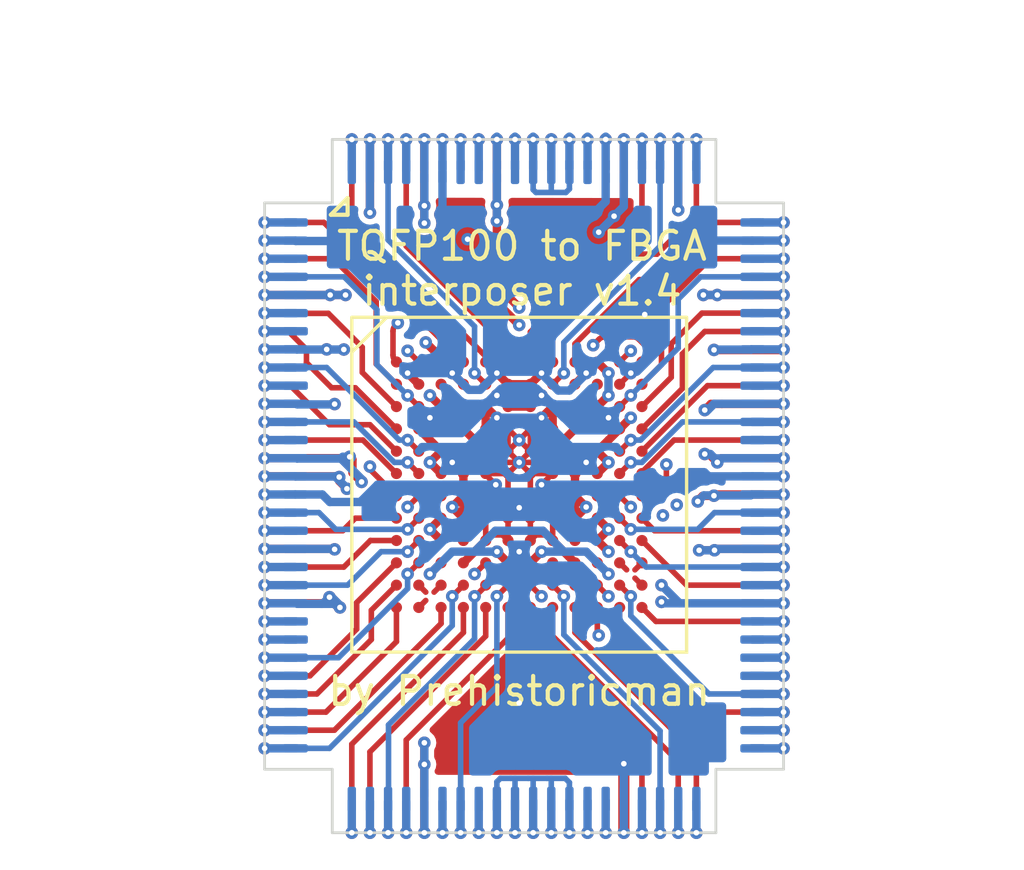
<source format=kicad_pcb>
(kicad_pcb (version 20221018) (generator pcbnew)
  (layers (0 "F.Cu" signal) (1 "In1.Cu" signal) (2 "In2.Cu" signal) (31 "B.Cu" signal) (34 "B.Paste" user) (35 "F.Paste" user) (36 "B.SilkS" user "B.Silkscreen") (37 "F.SilkS" user "F.Silkscreen") (38 "B.Mask" user) (39 "F.Mask" user) (44 "Edge.Cuts" user))
  (net 0 "")
  (net 1 "unconnected-(U1A-NC-PadM2)")
  (net 2 "unconnected-(U1A-NC-PadL12)")
  (net 3 "unconnected-(U1A-NC-PadL9)")
  (net 4 "unconnected-(U1A-NC-PadL3)")
  (net 5 "unconnected-(U1A-NC-PadL2)")
  (net 6 "unconnected-(U1A-NC-PadK12)")
  (net 7 "unconnected-(U1A-NC-PadK11)")
  (net 8 "unconnected-(U1A-NC-PadK8)")
  (net 9 "unconnected-(U1A-NC-PadG10)")
  (net 10 "unconnected-(U1A-NC-PadG3)")
  (net 11 "unconnected-(U1A-NC-PadB10)")
  (net 12 "unconnected-(U1A-NC-PadB3)")
  (net 13 "unconnected-(U2A-NC-Pad38)")
  (net 14 "Net-(U2A-NC-Pad39)")
  (net 15 "Net-(U2A-NC-Pad88)")
  (net 16 "unconnected-(U2A-NC-Pad44)")
  (net 17 "unconnected-(U2A-MCL-Pad52)")
  (net 18 "unconnected-(U2A-NC-Pad87)")
  (net 19 "/DQ3")
  (net 20 "/DQ4")
  (net 21 "/DQ5")
  (net 22 "/DQ6")
  (net 23 "/DQ7")
  (net 24 "/DQ16")
  (net 25 "/DQ17")
  (net 26 "/DQ18")
  (net 27 "/DQ19")
  (net 28 "/DQ20")
  (net 29 "/DQ21")
  (net 30 "/DQ22")
  (net 31 "/DQ23")
  (net 32 "/DM0")
  (net 33 "/DM2")
  (net 34 "/~WE")
  (net 35 "/~CAS")
  (net 36 "/~RAS")
  (net 37 "/~CS")
  (net 38 "/BA0")
  (net 39 "/BA1")
  (net 40 "/A0")
  (net 41 "/A1")
  (net 42 "/A2")
  (net 43 "/A3")
  (net 44 "/A10")
  (net 45 "/A11")
  (net 46 "/A4")
  (net 47 "/A5")
  (net 48 "/A6")
  (net 49 "/A7")
  (net 50 "/A8")
  (net 51 "/CKE")
  (net 52 "/~CK")
  (net 53 "/CK")
  (net 54 "/DM1")
  (net 55 "/DM3")
  (net 56 "/VREF")
  (net 57 "/DQ8")
  (net 58 "/DQ9")
  (net 59 "/DQ10")
  (net 60 "/DQ11")
  (net 61 "/DQ12")
  (net 62 "/DQ13")
  (net 63 "/DQ14")
  (net 64 "/DQ15")
  (net 65 "/DQ24")
  (net 66 "/DQ25")
  (net 67 "/DQ26")
  (net 68 "/DQ27")
  (net 69 "/DQ29")
  (net 70 "/DQ30")
  (net 71 "/DQ31")
  (net 72 "/DQ0")
  (net 73 "/DQ1")
  (net 74 "/DQ2")
  (net 75 "unconnected-(U2A-NC-Pad91)")
  (net 76 "/VDDQ")
  (net 77 "/VSSQ")
  (net 78 "/VDD")
  (net 79 "VSS")
  (net 80 "/DQS")
  (net 81 "unconnected-(U2A-RFU-Pad93)")
  (net 82 "/A8_int")
  (net 83 "/DQ28")
  (footprint "Package_BGA:LFBGA-144_10x10mm_Layout12x12_P0.8mm" (layer "F.Cu") (at 131.025 95.6)
    (fp_text reference "U1" hide)
    (fp_text value "HY5DU573222F")
  )
  (footprint "Memory_RAM_custom:PQFP-100_14x20mm_P0.65mm_flipped" (layer "B.Cu") (at 131.2 95.625 180)
    (fp_text reference "U2" hide)
    (fp_text value "K4D263238F")
  )
  (gr_line (start 124.875 85.925) (end 124.875 85.325) (stroke (width 0.15)) (layer "F.SilkS"))
  (gr_line (start 124.275 85.925) (end 124.875 85.325) (stroke (width 0.15)) (layer "F.SilkS"))
  (gr_line (start 124.275 85.925) (end 124.875 85.925) (stroke (width 0.15)) (layer "F.SilkS"))
  (gr_line (start 140.5 105.8) (end 138.075 105.8) (stroke (width 0.1)) (layer "Edge.Cuts"))
  (gr_line (start 138.075 83.225) (end 138.075 85.5) (stroke (width 0.1)) (layer "Edge.Cuts"))
  (gr_line (start 124.325 83.225) (end 138.075 83.225) (stroke (width 0.1)) (layer "Edge.Cuts"))
  (gr_line (start 124.325 105.8) (end 121.9 105.8) (stroke (width 0.1)) (layer "Edge.Cuts"))
  (gr_line (start 124.325 85.5) (end 124.325 83.225) (stroke (width 0.1)) (layer "Edge.Cuts"))
  (gr_line (start 121.9 85.5) (end 124.325 85.5) (stroke (width 0.1)) (layer "Edge.Cuts"))
  (gr_line (start 121.9 85.5) (end 121.9 105.8) (stroke (width 0.1)) (layer "Edge.Cuts"))
  (gr_line (start 138.075 105.8) (end 138.075 108.075) (stroke (width 0.1)) (layer "Edge.Cuts"))
  (gr_line (start 124.325 108.075) (end 124.325 105.8) (stroke (width 0.1)) (layer "Edge.Cuts"))
  (gr_line (start 140.5 85.5) (end 138.075 85.5) (stroke (width 0.1)) (layer "Edge.Cuts"))
  (gr_line (start 138.075 108.075) (end 124.325 108.075) (stroke (width 0.1)) (layer "Edge.Cuts"))
  (gr_line (start 140.5 85.5) (end 140.5 105.8) (stroke (width 0.1)) (layer "Edge.Cuts"))
  (gr_text "by Prehistoricman" (at 131.025 103) (layer "F.SilkS") (effects (font (size 1 1))))
  (gr_text "TQFP100 to FBGA\ninterposer v1.4" (at 131.125 87.85) (layer "F.SilkS") (effects (font (size 1 1))))
  (segment (start 127.425 100) (end 127.675 99.75) (width 0.2) (layer "F.Cu") (net 1))
  (segment (start 135.175 98.95) (end 135.425 99.2) (width 0.2) (layer "F.Cu") (net 2))
  (segment (start 133.025 99.2) (end 132.775 98.95) (width 0.2) (layer "F.Cu") (net 3))
  (segment (start 128.225 99.2) (end 127.975 99.45) (width 0.2) (layer "F.Cu") (net 4))
  (segment (start 127.675 99.45) (end 127.425 99.2) (width 0.2) (layer "F.Cu") (net 5))
  (segment (start 135.175 98.65) (end 135.425 98.4) (width 0.2) (layer "F.Cu") (net 6))
  (segment (start 134.875 98.65) (end 134.625 98.4) (width 0.2) (layer "F.Cu") (net 7))
  (segment (start 132.225 98.4) (end 132.475 98.65) (width 0.2) (layer "F.Cu") (net 8))
  (segment (start 134.075 96.25) (end 133.825 96) (width 0.2) (layer "F.Cu") (net 9))
  (segment (start 127.975 95.75) (end 128.225 96) (width 0.2) (layer "F.Cu") (net 10))
  (segment (start 133.575 92.25) (end 133.825 92) (width 0.2) (layer "F.Cu") (net 11))
  (segment (start 128.475 92.25) (end 128.225 92) (width 0.2) (layer "F.Cu") (net 12))
  (via (at 129.575 108.075) (size 0.45) (drill 0.2) (layers "F.Cu" "B.Cu") (net 13))
  (segment (start 129.575 108.10024) (end 129.575 106.94976) (width 0.3) (layer "B.Cu") (net 13))
  (via (at 130.225 108.075) (size 0.45) (drill 0.2) (layers "F.Cu" "B.Cu") (net 14))
  (via (at 131.525 108.075) (size 0.45) (drill 0.2) (layers "F.Cu" "B.Cu") (net 14))
  (via (at 132.825 108.075) (size 0.45) (drill 0.2) (layers "F.Cu" "B.Cu") (net 14))
  (via (at 132.175 108.075) (size 0.45) (drill 0.2) (layers "F.Cu" "B.Cu") (net 14))
  (via (at 130.875 108.075) (size 0.45) (drill 0.2) (layers "F.Cu" "B.Cu") (net 14))
  (segment (start 130.35 106.125) (end 130.725 106.125) (width 0.2) (layer "B.Cu") (net 14))
  (segment (start 130.875 108.075) (end 130.875 106.92452) (width 0.3) (layer "B.Cu") (net 14))
  (segment (start 131.525 108.075) (end 131.525 106.92452) (width 0.3) (layer "B.Cu") (net 14))
  (segment (start 132.825 106.275) (end 132.825 106.875) (width 0.2) (layer "B.Cu") (net 14))
  (segment (start 130.225 108.075) (end 130.225 106.92452) (width 0.3) (layer "B.Cu") (net 14))
  (segment (start 130.225 106.875) (end 130.225 106.25) (width 0.2) (layer "B.Cu") (net 14))
  (segment (start 132.675 106.125) (end 132.825 106.275) (width 0.2) (layer "B.Cu") (net 14))
  (segment (start 130.225 106.25) (end 130.35 106.125) (width 0.2) (layer "B.Cu") (net 14))
  (segment (start 130.725 106.125) (end 131.35 106.125) (width 0.2) (layer "B.Cu") (net 14))
  (segment (start 132.825 108.075) (end 132.825 106.92452) (width 0.3) (layer "B.Cu") (net 14))
  (segment (start 132.025 106.125) (end 132.675 106.125) (width 0.2) (layer "B.Cu") (net 14))
  (segment (start 131.525 106.875) (end 131.525 106.125) (width 0.2) (layer "B.Cu") (net 14))
  (segment (start 131.35 106.125) (end 132.025 106.125) (width 0.2) (layer "B.Cu") (net 14))
  (segment (start 130.875 106.875) (end 130.875 106.125) (width 0.2) (layer "B.Cu") (net 14))
  (segment (start 132.175 106.875) (end 132.175 106.125) (width 0.2) (layer "B.Cu") (net 14))
  (segment (start 132.175 108.10024) (end 132.175 106.94976) (width 0.3) (layer "B.Cu") (net 14))
  (via (at 131.525 83.225) (size 0.45) (drill 0.2) (layers "F.Cu" "B.Cu") (net 15))
  (via (at 132.175 83.225) (size 0.45) (drill 0.2) (layers "F.Cu" "B.Cu") (net 15))
  (via (at 132.825 83.225) (size 0.45) (drill 0.2) (layers "F.Cu" "B.Cu") (net 15))
  (segment (start 132.175 84.375) (end 132.175 85.075) (width 0.2) (layer "B.Cu") (net 15))
  (segment (start 132.825 84.275) (end 132.825 83.12452) (width 0.3) (layer "B.Cu") (net 15))
  (segment (start 131.525 84.275) (end 131.525 83.12452) (width 0.3) (layer "B.Cu") (net 15))
  (segment (start 132.7 85.125) (end 132.825 85) (width 0.2) (layer "B.Cu") (net 15))
  (segment (start 132.825 85) (end 132.825 84.375) (width 0.2) (layer "B.Cu") (net 15))
  (segment (start 131.525 84.375) (end 131.525 85.025) (width 0.2) (layer "B.Cu") (net 15))
  (segment (start 131.525 85.025) (end 131.625 85.125) (width 0.2) (layer "B.Cu") (net 15))
  (segment (start 132.175 84.30024) (end 132.175 83.14976) (width 0.3) (layer "B.Cu") (net 15))
  (segment (start 131.625 85.125) (end 132.7 85.125) (width 0.2) (layer "B.Cu") (net 15))
  (via (at 133.475 108.075) (size 0.45) (drill 0.2) (layers "F.Cu" "B.Cu") (net 16))
  (segment (start 133.475 108.075) (end 133.475 106.92452) (width 0.3) (layer "B.Cu") (net 16))
  (via (at 140.5 104.4) (size 0.45) (drill 0.2) (layers "F.Cu" "B.Cu") (net 17))
  (segment (start 139.35 104.4) (end 140.50048 104.4) (width 0.3) (layer "B.Cu") (net 17))
  (via (at 133.475 83.225) (size 0.45) (drill 0.2) (layers "F.Cu" "B.Cu") (net 18))
  (segment (start 133.475 84.275) (end 133.475 83.12452) (width 0.3) (layer "B.Cu") (net 18))
  (segment (start 129.025 91.2) (end 124.025 86.2) (width 0.2) (layer "F.Cu") (net 19))
  (segment (start 124.025 86.2) (end 122 86.2) (width 0.2) (layer "F.Cu") (net 19))
  (via (at 121.9 86.2) (size 0.45) (drill 0.2) (layers "F.Cu" "B.Cu") (net 19))
  (segment (start 123.02476 86.2) (end 121.87428 86.2) (width 0.3) (layer "B.Cu") (net 19))
  (segment (start 126.625 92) (end 125.9 91.275) (width 0.2) (layer "F.Cu") (net 20))
  (segment (start 124.3625 87.5) (end 122 87.5) (width 0.2) (layer "F.Cu") (net 20))
  (segment (start 125.9 89.0375) (end 124.3625 87.5) (width 0.2) (layer "F.Cu") (net 20))
  (segment (start 125.9 91.275) (end 125.9 89.0375) (width 0.2) (layer "F.Cu") (net 20))
  (via (at 121.9 87.5) (size 0.45) (drill 0.2) (layers "F.Cu" "B.Cu") (net 20))
  (segment (start 123.02476 87.5) (end 121.87428 87.5) (width 0.3) (layer "B.Cu") (net 20))
  (segment (start 127.425 92.8) (end 127.025 92.4) (width 0.2) (layer "F.Cu") (net 21))
  (via (at 121.9 88.15) (size 0.45) (drill 0.2) (layers "F.Cu" "B.Cu") (net 21))
  (via (at 127.025 92.4) (size 0.45) (drill 0.2) (layers "F.Cu" "B.Cu") (net 21))
  (segment (start 125.925 89.324) (end 124.751 88.15) (width 0.2) (layer "B.Cu") (net 21))
  (segment (start 123.05 88.15) (end 121.89952 88.15) (width 0.3) (layer "B.Cu") (net 21))
  (segment (start 124.751 88.15) (end 123.05 88.15) (width 0.2) (layer "B.Cu") (net 21))
  (segment (start 125.925 91.3) (end 125.925 89.324) (width 0.2) (layer "B.Cu") (net 21))
  (segment (start 127.025 92.4) (end 125.925 91.3) (width 0.2) (layer "B.Cu") (net 21))
  (segment (start 122 89.4588) (end 122 89.45) (width 0.2) (layer "F.Cu") (net 22))
  (segment (start 125.4 91.575) (end 125.4 90.675) (width 0.2) (layer "F.Cu") (net 22))
  (segment (start 124.1838 89.4588) (end 122 89.4588) (width 0.2) (layer "F.Cu") (net 22))
  (segment (start 126.625 92.8) (end 125.4 91.575) (width 0.2) (layer "F.Cu") (net 22))
  (segment (start 125.4 90.675) (end 124.1838 89.4588) (width 0.2) (layer "F.Cu") (net 22))
  (via (at 121.9 89.45) (size 0.45) (drill 0.2) (layers "F.Cu" "B.Cu") (net 22))
  (segment (start 123.02476 89.45) (end 121.87428 89.45) (width 0.3) (layer "B.Cu") (net 22))
  (segment (start 125.15 92.125) (end 124.3 92.125) (width 0.2) (layer "F.Cu") (net 23))
  (segment (start 126.625 93.6) (end 125.15 92.125) (width 0.2) (layer "F.Cu") (net 23))
  (segment (start 123.4 91.225) (end 123.4 90.75) (width 0.2) (layer "F.Cu") (net 23))
  (segment (start 123.4 90.75) (end 122.75 90.1) (width 0.2) (layer "F.Cu") (net 23))
  (segment (start 122.75 90.1) (end 122 90.1) (width 0.2) (layer "F.Cu") (net 23))
  (segment (start 124.3 92.125) (end 123.4 91.225) (width 0.2) (layer "F.Cu") (net 23))
  (via (at 121.9 90.1) (size 0.45) (drill 0.2) (layers "F.Cu" "B.Cu") (net 23))
  (segment (start 122.99952 90.1) (end 121.84904 90.1) (width 0.3) (layer "B.Cu") (net 23))
  (segment (start 127.425 94.4) (end 127.025 94) (width 0.2) (layer "F.Cu") (net 24))
  (via (at 121.9 91.4) (size 0.45) (drill 0.2) (layers "F.Cu" "B.Cu") (net 24))
  (via (at 127.025 94) (size 0.45) (drill 0.2) (layers "F.Cu" "B.Cu") (net 24))
  (segment (start 127.025 94) (end 126.725 94) (width 0.2) (layer "B.Cu") (net 24))
  (segment (start 122.99952 91.4) (end 121.84904 91.4) (width 0.3) (layer "B.Cu") (net 24))
  (segment (start 124.125 91.4) (end 123.05 91.4) (width 0.2) (layer "B.Cu") (net 24))
  (segment (start 126.725 94) (end 124.125 91.4) (width 0.2) (layer "B.Cu") (net 24))
  (segment (start 122 92.05) (end 122.825 92.05) (width 0.2) (layer "F.Cu") (net 25))
  (segment (start 122.825 92.05) (end 124.225 93.45) (width 0.2) (layer "F.Cu") (net 25))
  (segment (start 125.675 93.45) (end 126.625 94.4) (width 0.2) (layer "F.Cu") (net 25))
  (segment (start 124.225 93.45) (end 125.675 93.45) (width 0.2) (layer "F.Cu") (net 25))
  (via (at 121.9 92.05) (size 0.45) (drill 0.2) (layers "F.Cu" "B.Cu") (net 25))
  (segment (start 123.02476 92.05) (end 121.87428 92.05) (width 0.3) (layer "B.Cu") (net 25))
  (segment (start 127.425 95.2) (end 127.025 94.8) (width 0.2) (layer "F.Cu") (net 26))
  (via (at 121.9 93.35) (size 0.45) (drill 0.2) (layers "F.Cu" "B.Cu") (net 26))
  (via (at 127.025 94.8) (size 0.45) (drill 0.2) (layers "F.Cu" "B.Cu") (net 26))
  (segment (start 126.55 94.8) (end 127.025 94.8) (width 0.2) (layer "B.Cu") (net 26))
  (segment (start 123 93.35) (end 125.1 93.35) (width 0.2) (layer "B.Cu") (net 26))
  (segment (start 122.99952 93.35) (end 121.84904 93.35) (width 0.3) (layer "B.Cu") (net 26))
  (segment (start 125.1 93.35) (end 126.55 94.8) (width 0.2) (layer "B.Cu") (net 26))
  (segment (start 125.149833 94.000167) (end 122 94.000167) (width 0.2) (layer "F.Cu") (net 27))
  (segment (start 125.149833 94.000167) (end 125.425167 94.000167) (width 0.2) (layer "F.Cu") (net 27))
  (segment (start 125.425167 94.000167) (end 126.625 95.2) (width 0.2) (layer "F.Cu") (net 27))
  (via (at 121.9 94) (size 0.45) (drill 0.2) (layers "F.Cu" "B.Cu") (net 27))
  (segment (start 122.99952 94) (end 121.84904 94) (width 0.3) (layer "B.Cu") (net 27))
  (segment (start 127.425 96.8) (end 127.025 97.2) (width 0.2) (layer "F.Cu") (net 28))
  (via (at 127.025 97.2) (size 0.45) (drill 0.2) (layers "F.Cu" "B.Cu") (net 28))
  (via (at 121.9 96.6) (size 0.45) (drill 0.2) (layers "F.Cu" "B.Cu") (net 28))
  (segment (start 123 96.6) (end 123.85 96.6) (width 0.2) (layer "B.Cu") (net 28))
  (segment (start 124.45 97.2) (end 127.025 97.2) (width 0.2) (layer "B.Cu") (net 28))
  (segment (start 123.85 96.6) (end 124.45 97.2) (width 0.2) (layer "B.Cu") (net 28))
  (segment (start 122.99952 96.6) (end 121.84904 96.6) (width 0.3) (layer "B.Cu") (net 28))
  (segment (start 124.7 97.25) (end 122 97.25) (width 0.2) (layer "F.Cu") (net 29))
  (segment (start 126.625 96.8) (end 125.15 96.8) (width 0.2) (layer "F.Cu") (net 29))
  (segment (start 125.15 96.8) (end 124.7 97.25) (width 0.2) (layer "F.Cu") (net 29))
  (via (at 121.9 97.25) (size 0.45) (drill 0.2) (layers "F.Cu" "B.Cu") (net 29))
  (segment (start 123.02476 97.25) (end 121.87428 97.25) (width 0.3) (layer "B.Cu") (net 29))
  (segment (start 125.691 97.6) (end 124.739 98.552) (width 0.2) (layer "F.Cu") (net 30))
  (segment (start 122 98.552) (end 122 98.55) (width 0.2) (layer "F.Cu") (net 30))
  (segment (start 124.739 98.552) (end 122 98.552) (width 0.2) (layer "F.Cu") (net 30))
  (segment (start 126.625 97.6) (end 125.691 97.6) (width 0.2) (layer "F.Cu") (net 30))
  (via (at 121.9 98.55) (size 0.45) (drill 0.2) (layers "F.Cu" "B.Cu") (net 30))
  (segment (start 123 98.55) (end 123.002 98.552) (width 0.2) (layer "B.Cu") (net 30))
  (segment (start 122.99952 98.55) (end 121.84904 98.55) (width 0.3) (layer "B.Cu") (net 30))
  (segment (start 127.425 97.6) (end 127.025 98) (width 0.2) (layer "F.Cu") (net 31))
  (via (at 127.025 98) (size 0.45) (drill 0.2) (layers "F.Cu" "B.Cu") (net 31))
  (via (at 121.9 99.2) (size 0.45) (drill 0.2) (layers "F.Cu" "B.Cu") (net 31))
  (segment (start 126.075 98) (end 124.875 99.2) (width 0.2) (layer "B.Cu") (net 31))
  (segment (start 127.025 98) (end 126.075 98) (width 0.2) (layer "B.Cu") (net 31))
  (segment (start 122.99952 99.2) (end 121.84904 99.2) (width 0.3) (layer "B.Cu") (net 31))
  (segment (start 124.875 99.2) (end 123.05 99.2) (width 0.2) (layer "B.Cu") (net 31))
  (segment (start 127.425 91.2) (end 127.025 90.8) (width 0.2) (layer "F.Cu") (net 32))
  (via (at 127.025 90.8) (size 0.45) (drill 0.2) (layers "F.Cu" "B.Cu") (net 32))
  (via (at 121.9 100.5) (size 0.45) (drill 0.2) (layers "F.Cu" "B.Cu") (net 32))
  (segment (start 123.02476 100.5) (end 121.87428 100.5) (width 0.3) (layer "B.Cu") (net 32))
  (segment (start 127.425 96) (end 127.025 96.4) (width 0.2) (layer "F.Cu") (net 33))
  (via (at 127.025 96.4) (size 0.45) (drill 0.2) (layers "F.Cu" "B.Cu") (net 33))
  (via (at 121.9 101.15) (size 0.45) (drill 0.2) (layers "F.Cu" "B.Cu") (net 33))
  (segment (start 123.02476 101.15) (end 121.87428 101.15) (width 0.3) (layer "B.Cu") (net 33))
  (segment (start 127.425 98.4) (end 127.025 98.8) (width 0.2) (layer "F.Cu") (net 34))
  (via (at 121.9 101.8) (size 0.45) (drill 0.2) (layers "F.Cu" "B.Cu") (net 34))
  (via (at 127.025 98.8) (size 0.45) (drill 0.2) (layers "F.Cu" "B.Cu") (net 34))
  (segment (start 123.02476 101.8) (end 121.87428 101.8) (width 0.3) (layer "B.Cu") (net 34))
  (segment (start 127.025 99.325) (end 127.025 98.8) (width 0.2) (layer "B.Cu") (net 34))
  (segment (start 124.55 101.8) (end 127.025 99.325) (width 0.2) (layer "B.Cu") (net 34))
  (segment (start 123.05 101.8) (end 124.55 101.8) (width 0.2) (layer "B.Cu") (net 34))
  (segment (start 125.2 99.825) (end 125.2 100.775) (width 0.2) (layer "F.Cu") (net 35))
  (segment (start 126.625 98.4) (end 125.2 99.825) (width 0.2) (layer "F.Cu") (net 35))
  (segment (start 123.525 102.45) (end 122 102.45) (width 0.2) (layer "F.Cu") (net 35))
  (segment (start 125.2 100.775) (end 123.525 102.45) (width 0.2) (layer "F.Cu") (net 35))
  (via (at 121.9 102.45) (size 0.45) (drill 0.2) (layers "F.Cu" "B.Cu") (net 35))
  (segment (start 123.05 102.45) (end 121.89952 102.45) (width 0.3) (layer "B.Cu") (net 35))
  (segment (start 125.725 101.15) (end 123.775 103.1) (width 0.2) (layer "F.Cu") (net 36))
  (segment (start 126.625 99.2) (end 125.725 100.1) (width 0.2) (layer "F.Cu") (net 36))
  (segment (start 123.775 103.1) (end 122 103.1) (width 0.2) (layer "F.Cu") (net 36))
  (segment (start 125.725 100.1) (end 125.725 101.15) (width 0.2) (layer "F.Cu") (net 36))
  (via (at 121.9 103.1) (size 0.45) (drill 0.2) (layers "F.Cu" "B.Cu") (net 36))
  (segment (start 123.02476 103.1) (end 121.87428 103.1) (width 0.3) (layer "B.Cu") (net 36))
  (segment (start 123 103.1) (end 123.0016 103.1016) (width 0.2) (layer "B.Cu") (net 36))
  (segment (start 124.1 103.75) (end 126.625 101.225) (width 0.2) (layer "F.Cu") (net 37))
  (segment (start 122 103.75) (end 124.1 103.75) (width 0.2) (layer "F.Cu") (net 37))
  (segment (start 126.625 101.225) (end 126.625 100) (width 0.2) (layer "F.Cu") (net 37))
  (via (at 121.9 103.75) (size 0.45) (drill 0.2) (layers "F.Cu" "B.Cu") (net 37))
  (segment (start 123.02476 103.75) (end 121.87428 103.75) (width 0.3) (layer "B.Cu") (net 37))
  (segment (start 124.4 104.4) (end 128.225 100.575) (width 0.2) (layer "F.Cu") (net 38))
  (segment (start 122 104.4) (end 124.4 104.4) (width 0.2) (layer "F.Cu") (net 38))
  (segment (start 128.225 100.575) (end 128.225 100) (width 0.2) (layer "F.Cu") (net 38))
  (via (at 121.9 104.4) (size 0.45) (drill 0.2) (layers "F.Cu" "B.Cu") (net 38))
  (segment (start 123.02476 104.4) (end 121.87428 104.4) (width 0.3) (layer "B.Cu") (net 38))
  (segment (start 129.025 99.2) (end 128.625 99.6) (width 0.2) (layer "F.Cu") (net 39))
  (via (at 128.625 99.6) (size 0.45) (drill 0.2) (layers "F.Cu" "B.Cu") (net 39))
  (via (at 121.9 105.05) (size 0.45) (drill 0.2) (layers "F.Cu" "B.Cu") (net 39))
  (segment (start 128.625 100.65) (end 124.225 105.05) (width 0.2) (layer "B.Cu") (net 39))
  (segment (start 123.05 105.05) (end 121.89952 105.05) (width 0.3) (layer "B.Cu") (net 39))
  (segment (start 124.225 105.05) (end 123 105.05) (width 0.2) (layer "B.Cu") (net 39))
  (segment (start 128.625 99.6) (end 128.625 100.65) (width 0.2) (layer "B.Cu") (net 39))
  (segment (start 129.025 100.9) (end 125.025 104.9) (width 0.2) (layer "F.Cu") (net 40))
  (segment (start 125.025 104.9) (end 125.025 107.975) (width 0.2) (layer "F.Cu") (net 40))
  (segment (start 129.025 100) (end 129.025 100.9) (width 0.2) (layer "F.Cu") (net 40))
  (via (at 125.025 108.075) (size 0.45) (drill 0.2) (layers "F.Cu" "B.Cu") (net 40))
  (segment (start 125.0438 106.7562) (end 125.025 106.775) (width 0.2) (layer "B.Cu") (net 40))
  (segment (start 125.025 108.10024) (end 125.025 106.94976) (width 0.3) (layer "B.Cu") (net 40))
  (segment (start 129.825 100) (end 129.825 101.025) (width 0.2) (layer "F.Cu") (net 41))
  (segment (start 129.825 101.025) (end 125.675 105.175) (width 0.2) (layer "F.Cu") (net 41))
  (segment (start 125.675 105.175) (end 125.675 107.975) (width 0.2) (layer "F.Cu") (net 41))
  (via (at 125.675 108.075) (size 0.45) (drill 0.2) (layers "F.Cu" "B.Cu") (net 41))
  (segment (start 125.675 108.10024) (end 125.675 106.94976) (width 0.3) (layer "B.Cu") (net 41))
  (segment (start 129.8189 99.231) (end 129.4311 99.6188) (width 0.2) (layer "F.Cu") (net 42))
  (via (at 126.325 108.075) (size 0.45) (drill 0.2) (layers "F.Cu" "B.Cu") (net 42))
  (via (at 129.425 99.6) (size 0.45) (drill 0.2) (layers "F.Cu" "B.Cu") (net 42))
  (segment (start 129.425 99.6) (end 129.425 101.125) (width 0.2) (layer "B.Cu") (net 42))
  (segment (start 126.341 104.209) (end 126.341 106.759) (width 0.2) (layer "B.Cu") (net 42))
  (segment (start 126.325 108.10024) (end 126.325 106.94976) (width 0.3) (layer "B.Cu") (net 42))
  (segment (start 126.341 106.759) (end 126.325 106.775) (width 0.2) (layer "B.Cu") (net 42))
  (segment (start 129.425 101.125) (end 126.341 104.209) (width 0.2) (layer "B.Cu") (net 42))
  (segment (start 130.625 101.1) (end 126.975 104.75) (width 0.2) (layer "F.Cu") (net 43))
  (segment (start 126.975 104.75) (end 126.975 107.975) (width 0.2) (layer "F.Cu") (net 43))
  (segment (start 130.625 100) (end 130.625 101.1) (width 0.2) (layer "F.Cu") (net 43))
  (via (at 126.975 108.075) (size 0.45) (drill 0.2) (layers "F.Cu" "B.Cu") (net 43))
  (segment (start 126.975 108.12548) (end 126.975 106.975) (width 0.3) (layer "B.Cu") (net 43))
  (segment (start 126.975 106.775) (end 126.9864 106.7636) (width 0.2) (layer "B.Cu") (net 43))
  (segment (start 129.8125 98.4125) (end 129.4375 98.7875) (width 0.2) (layer "F.Cu") (net 44))
  (via (at 128.275 108.075) (size 0.45) (drill 0.2) (layers "F.Cu" "B.Cu") (net 44))
  (via (at 129.425 98.8) (size 0.45) (drill 0.2) (layers "F.Cu" "B.Cu") (net 44))
  (segment (start 128.275 108.10024) (end 128.275 106.94976) (width 0.3) (layer "B.Cu") (net 44))
  (segment (start 130.6187 99.2063) (end 130.2313 99.5937) (width 0.2) (layer "F.Cu") (net 45))
  (via (at 130.225 99.6) (size 0.45) (drill 0.2) (layers "F.Cu" "B.Cu") (net 45))
  (via (at 128.925 108.075) (size 0.45) (drill 0.2) (layers "F.Cu" "B.Cu") (net 45))
  (segment (start 130.225 102.8355) (end 128.925 104.1355) (width 0.2) (layer "B.Cu") (net 45))
  (segment (start 128.925 104.1355) (end 128.925 106.775) (width 0.2) (layer "B.Cu") (net 45))
  (segment (start 128.925 108.10024) (end 128.925 106.94976) (width 0.3) (layer "B.Cu") (net 45))
  (segment (start 130.225 99.6) (end 130.225 102.8355) (width 0.2) (layer "B.Cu") (net 45))
  (segment (start 131.425 101.375) (end 135.425 105.375) (width 0.2) (layer "F.Cu") (net 46))
  (segment (start 131.425 100) (end 131.425 101.375) (width 0.2) (layer "F.Cu") (net 46))
  (segment (start 135.425 105.375) (end 135.425 107.975) (width 0.2) (layer "F.Cu") (net 46))
  (via (at 135.425 108.075) (size 0.45) (drill 0.2) (layers "F.Cu" "B.Cu") (net 46))
  (segment (start 135.425 108.075) (end 135.425 106.92452) (width 0.3) (layer "B.Cu") (net 46))
  (segment (start 132.225 99.2) (end 132.625 99.6) (width 0.2) (layer "F.Cu") (net 47))
  (via (at 136.075 108.075) (size 0.45) (drill 0.2) (layers "F.Cu" "B.Cu") (net 47))
  (via (at 132.625 99.6) (size 0.45) (drill 0.2) (layers "F.Cu" "B.Cu") (net 47))
  (segment (start 136.075 106.775) (end 136.075 104.425) (width 0.2) (layer "B.Cu") (net 47))
  (segment (start 136.075 108.075) (end 136.075 106.92452) (width 0.3) (layer "B.Cu") (net 47))
  (segment (start 136.075 104.425) (end 132.625 100.975) (width 0.2) (layer "B.Cu") (net 47))
  (segment (start 132.625 100.975) (end 132.625 99.6) (width 0.2) (layer "B.Cu") (net 47))
  (segment (start 136.725 105.525) (end 136.725 107.975) (width 0.2) (layer "F.Cu") (net 48))
  (segment (start 132.225 101.025) (end 136.725 105.525) (width 0.2) (layer "F.Cu") (net 48))
  (segment (start 132.225 100) (end 132.225 101.025) (width 0.2) (layer "F.Cu") (net 48))
  (via (at 136.725 108.075) (size 0.45) (drill 0.2) (layers "F.Cu" "B.Cu") (net 48))
  (segment (start 136.725 108.075) (end 136.725 106.92452) (width 0.3) (layer "B.Cu") (net 48))
  (segment (start 137.375 105.25) (end 137.375 107.975) (width 0.2) (layer "F.Cu") (net 49))
  (segment (start 133.025 100.9) (end 137.375 105.25) (width 0.2) (layer "F.Cu") (net 49))
  (segment (start 133.025 100) (end 133.025 100.9) (width 0.2) (layer "F.Cu") (net 49))
  (via (at 137.375 108.075) (size 0.45) (drill 0.2) (layers "F.Cu" "B.Cu") (net 49))
  (segment (start 137.375 108.10024) (end 137.375 106.94976) (width 0.3) (layer "B.Cu") (net 49))
  (segment (start 131.425 99.2) (end 131.825 99.6) (width 0.2) (layer "F.Cu") (net 50))
  (via (at 140.5 105.05) (size 0.45) (drill 0.2) (layers "F.Cu" "B.Cu") (net 50))
  (via (at 131.825 99.6) (size 0.45) (drill 0.2) (layers "F.Cu" "B.Cu") (net 50))
  (segment (start 139.35 105.05) (end 140.50048 105.05) (width 0.3) (layer "B.Cu") (net 50))
  (segment (start 134.625 101.225) (end 137.15 103.75) (width 0.2) (layer "F.Cu") (net 51))
  (segment (start 137.15 103.75) (end 140.4 103.75) (width 0.2) (layer "F.Cu") (net 51))
  (segment (start 134.625 100) (end 134.625 101.225) (width 0.2) (layer "F.Cu") (net 51))
  (via (at 140.5 103.75) (size 0.45) (drill 0.2) (layers "F.Cu" "B.Cu") (net 51))
  (segment (start 139.35 103.75) (end 140.50048 103.75) (width 0.3) (layer "B.Cu") (net 51))
  (segment (start 134.625 99.2) (end 135.025 99.6) (width 0.2) (layer "F.Cu") (net 52))
  (via (at 135.025 99.6) (size 0.45) (drill 0.2) (layers "F.Cu" "B.Cu") (net 52))
  (via (at 140.5 103.1) (size 0.45) (drill 0.2) (layers "F.Cu" "B.Cu") (net 52))
  (segment (start 139.32476 103.1) (end 140.47524 103.1) (width 0.3) (layer "B.Cu") (net 52))
  (segment (start 137.825 103.1) (end 135.425 100.7) (width 0.2) (layer "B.Cu") (net 52))
  (segment (start 139.35 103.1) (end 137.825 103.1) (width 0.2) (layer "B.Cu") (net 52))
  (segment (start 135.025 100.3) (end 135.025 99.6) (width 0.2) (layer "B.Cu") (net 52))
  (segment (start 135.425 100.7) (end 135.025 100.3) (width 0.2) (layer "B.Cu") (net 52))
  (segment (start 133.825 99.2) (end 134.225 99.6) (width 0.2) (layer "F.Cu") (net 53))
  (via (at 140.5 102.45) (size 0.45) (drill 0.2) (layers "F.Cu" "B.Cu") (net 53))
  (via (at 134.225 99.6) (size 0.45) (drill 0.2) (layers "F.Cu" "B.Cu") (net 53))
  (segment (start 139.35 102.45) (end 140.50048 102.45) (width 0.3) (layer "B.Cu") (net 53))
  (segment (start 134.625 96) (end 135.025 96.4) (width 0.2) (layer "F.Cu") (net 54))
  (via (at 135.025 96.4) (size 0.45) (drill 0.2) (layers "F.Cu" "B.Cu") (net 54))
  (via (at 140.5 101.8) (size 0.45) (drill 0.2) (layers "F.Cu" "B.Cu") (net 54))
  (segment (start 139.35 101.8) (end 140.50048 101.8) (width 0.3) (layer "B.Cu") (net 54))
  (segment (start 134.625 91.2) (end 135.025 90.8) (width 0.2) (layer "F.Cu") (net 55))
  (via (at 140.5 101.15) (size 0.45) (drill 0.2) (layers "F.Cu" "B.Cu") (net 55))
  (via (at 135.025 90.8) (size 0.45) (drill 0.2) (layers "F.Cu" "B.Cu") (net 55))
  (segment (start 139.37524 101.15) (end 140.52572 101.15) (width 0.3) (layer "B.Cu") (net 55))
  (segment (start 140.4 100.5) (end 135.925 100.5) (width 0.2) (layer "F.Cu") (net 56))
  (segment (start 135.925 100.5) (end 135.425 100) (width 0.2) (layer "F.Cu") (net 56))
  (via (at 140.5 100.5) (size 0.45) (drill 0.2) (layers "F.Cu" "B.Cu") (net 56))
  (segment (start 139.37524 100.5) (end 140.52572 100.5) (width 0.3) (layer "B.Cu") (net 56))
  (segment (start 137.025 99.2) (end 135.425 97.6) (width 0.2) (layer "F.Cu") (net 57))
  (segment (start 140.4 99.2) (end 137.025 99.2) (width 0.2) (layer "F.Cu") (net 57))
  (via (at 140.5 99.2) (size 0.45) (drill 0.2) (layers "F.Cu" "B.Cu") (net 57))
  (segment (start 139.35 99.2) (end 140.50048 99.2) (width 0.3) (layer "B.Cu") (net 57))
  (segment (start 134.625 97.6) (end 135.025 98) (width 0.2) (layer "F.Cu") (net 58))
  (via (at 140.5 98.55) (size 0.45) (drill 0.2) (layers "F.Cu" "B.Cu") (net 58))
  (via (at 135.025 98) (size 0.45) (drill 0.2) (layers "F.Cu" "B.Cu") (net 58))
  (segment (start 139.37524 98.55) (end 140.52572 98.55) (width 0.3) (layer "B.Cu") (net 58))
  (segment (start 135.025 98) (end 135.575 98.55) (width 0.2) (layer "B.Cu") (net 58))
  (segment (start 135.575 98.55) (end 139.35 98.55) (width 0.2) (layer "B.Cu") (net 58))
  (segment (start 135.875 97.25) (end 135.425 96.8) (width 0.2) (layer "F.Cu") (net 59))
  (segment (start 140.4 97.25) (end 135.875 97.25) (width 0.2) (layer "F.Cu") (net 59))
  (via (at 140.5 97.25) (size 0.45) (drill 0.2) (layers "F.Cu" "B.Cu") (net 59))
  (segment (start 139.37524 97.25) (end 140.52572 97.25) (width 0.3) (layer "B.Cu") (net 59))
  (segment (start 134.625 96.8) (end 135.025 97.2) (width 0.2) (layer "F.Cu") (net 60))
  (via (at 140.5 96.6) (size 0.45) (drill 0.2) (layers "F.Cu" "B.Cu") (net 60))
  (via (at 135.025 97.2) (size 0.45) (drill 0.2) (layers "F.Cu" "B.Cu") (net 60))
  (segment (start 139.4 96.6) (end 138.025 96.6) (width 0.2) (layer "B.Cu") (net 60))
  (segment (start 138.025 96.6) (end 137.425 97.2) (width 0.2) (layer "B.Cu") (net 60))
  (segment (start 139.35 96.6) (end 140.50048 96.6) (width 0.3) (layer "B.Cu") (net 60))
  (segment (start 137.425 97.2) (end 135.025 97.2) (width 0.2) (layer "B.Cu") (net 60))
  (segment (start 135.425 95.15) (end 136.575 94) (width 0.2) (layer "F.Cu") (net 61))
  (segment (start 135.425 95.2) (end 135.425 95.15) (width 0.2) (layer "F.Cu") (net 61))
  (segment (start 136.575 94) (end 140.4 94) (width 0.2) (layer "F.Cu") (net 61))
  (via (at 140.5 94) (size 0.45) (drill 0.2) (layers "F.Cu" "B.Cu") (net 61))
  (segment (start 139.35 94) (end 140.50048 94) (width 0.3) (layer "B.Cu") (net 61))
  (segment (start 134.625 95.2) (end 135.025 94.8) (width 0.2) (layer "F.Cu") (net 62))
  (via (at 140.5 93.35) (size 0.45) (drill 0.2) (layers "F.Cu" "B.Cu") (net 62))
  (via (at 135.025 94.8) (size 0.45) (drill 0.2) (layers "F.Cu" "B.Cu") (net 62))
  (segment (start 135.425 94.8) (end 135.025 94.8) (width 0.2) (layer "B.Cu") (net 62))
  (segment (start 136.875 93.35) (end 135.425 94.8) (width 0.2) (layer "B.Cu") (net 62))
  (segment (start 139.37524 93.35) (end 140.52572 93.35) (width 0.3) (layer "B.Cu") (net 62))
  (segment (start 139.35 93.35) (end 136.875 93.35) (width 0.2) (layer "B.Cu") (net 62))
  (segment (start 137.775 92.05) (end 140.4 92.05) (width 0.2) (layer "F.Cu") (net 63))
  (segment (start 135.425 94.4) (end 137.775 92.05) (width 0.2) (layer "F.Cu") (net 63))
  (via (at 140.5 92.05) (size 0.45) (drill 0.2) (layers "F.Cu" "B.Cu") (net 63))
  (segment (start 139.37524 92.05) (end 140.52572 92.05) (width 0.3) (layer "B.Cu") (net 63))
  (segment (start 134.625 94.4) (end 135.025 94) (width 0.2) (layer "F.Cu") (net 64))
  (via (at 135.025 94) (size 0.45) (drill 0.2) (layers "F.Cu" "B.Cu") (net 64))
  (via (at 140.5 91.4) (size 0.45) (drill 0.2) (layers "F.Cu" "B.Cu") (net 64))
  (segment (start 137.975 91.4) (end 135.375 94) (width 0.2) (layer "B.Cu") (net 64))
  (segment (start 139.35 91.4) (end 137.975 91.4) (width 0.2) (layer "B.Cu") (net 64))
  (segment (start 135.375 94) (end 135.025 94) (width 0.2) (layer "B.Cu") (net 64))
  (segment (start 139.35 91.4) (end 140.50048 91.4) (width 0.3) (layer "B.Cu") (net 64))
  (segment (start 136.875 90.9106) (end 137.677 90.1086) (width 0.2) (layer "F.Cu") (net 65))
  (segment (start 136.875 92.15) (end 136.875 90.9106) (width 0.2) (layer "F.Cu") (net 65))
  (segment (start 140.4 90.1086) (end 140.4 90.1) (width 0.2) (layer "F.Cu") (net 65))
  (segment (start 135.425 93.6) (end 136.875 92.15) (width 0.2) (layer "F.Cu") (net 65))
  (segment (start 137.677 90.1086) (end 140.4 90.1086) (width 0.2) (layer "F.Cu") (net 65))
  (via (at 140.5 90.1) (size 0.45) (drill 0.2) (layers "F.Cu" "B.Cu") (net 65))
  (segment (start 139.35 90.1) (end 140.50048 90.1) (width 0.3) (layer "B.Cu") (net 65))
  (segment (start 136.475 91.75) (end 136.475 90.55) (width 0.2) (layer "F.Cu") (net 66))
  (segment (start 136.475 90.55) (end 137.575 89.45) (width 0.2) (layer "F.Cu") (net 66))
  (segment (start 137.575 89.45) (end 140.4 89.45) (width 0.2) (layer "F.Cu") (net 66))
  (segment (start 135.425 92.8) (end 136.475 91.75) (width 0.2) (layer "F.Cu") (net 66))
  (via (at 140.5 89.45) (size 0.45) (drill 0.2) (layers "F.Cu" "B.Cu") (net 66))
  (segment (start 139.35 89.45) (end 140.50048 89.45) (width 0.3) (layer "B.Cu") (net 66))
  (segment (start 134.625 92.8) (end 135.025 92.4) (width 0.2) (layer "F.Cu") (net 67))
  (via (at 140.5 88.15) (size 0.45) (drill 0.2) (layers "F.Cu" "B.Cu") (net 67))
  (via (at 135.025 92.4) (size 0.45) (drill 0.2) (layers "F.Cu" "B.Cu") (net 67))
  (segment (start 136.725 90.7) (end 135.025 92.4) (width 0.2) (layer "B.Cu") (net 67))
  (segment (start 139.35 88.15) (end 140.50048 88.15) (width 0.3) (layer "B.Cu") (net 67))
  (segment (start 136.725 88.95) (end 136.725 90.7) (width 0.2) (layer "B.Cu") (net 67))
  (segment (start 139.4 88.15) (end 137.525 88.15) (width 0.2) (layer "B.Cu") (net 67))
  (segment (start 137.525 88.15) (end 136.725 88.95) (width 0.2) (layer "B.Cu") (net 67))
  (segment (start 136.125 91.3) (end 136.125 89.25) (width 0.2) (layer "F.Cu") (net 68))
  (segment (start 135.425 92) (end 136.125 91.3) (width 0.2) (layer "F.Cu") (net 68))
  (segment (start 137.875 87.5) (end 140.4 87.5) (width 0.2) (layer "F.Cu") (net 68))
  (segment (start 136.125 89.25) (end 137.875 87.5) (width 0.2) (layer "F.Cu") (net 68))
  (via (at 140.5 87.5) (size 0.45) (drill 0.2) (layers "F.Cu" "B.Cu") (net 68))
  (segment (start 139.35 87.5) (end 140.50048 87.5) (width 0.3) (layer "B.Cu") (net 68))
  (segment (start 135.96475 87.33525) (end 137.375 85.925) (width 0.2) (layer "F.Cu") (net 69))
  (segment (start 132.225 90.225) (end 135.11475 87.33525) (width 0.2) (layer "F.Cu") (net 69))
  (segment (start 135.11475 87.33525) (end 135.96475 87.33525) (width 0.2) (layer "F.Cu") (net 69))
  (segment (start 137.375 85.925) (end 137.375 83.325) (width 0.2) (layer "F.Cu") (net 69))
  (segment (start 132.225 91.2) (end 132.225 90.225) (width 0.2) (layer "F.Cu") (net 69))
  (via (at 137.375 83.225) (size 0.45) (drill 0.2) (layers "F.Cu" "B.Cu") (net 69))
  (segment (start 137.375 84.30024) (end 137.375 83.14976) (width 0.3) (layer "B.Cu") (net 69))
  (segment (start 132.225 92) (end 132.625 91.6) (width 0.2) (layer "F.Cu") (net 70))
  (via (at 136.075 83.225) (size 0.45) (drill 0.2) (layers "F.Cu" "B.Cu") (net 70))
  (via (at 132.625 91.6) (size 0.45) (drill 0.2) (layers "F.Cu" "B.Cu") (net 70))
  (segment (start 132.625 90.5) (end 132.625 91.6) (width 0.2) (layer "B.Cu") (net 70))
  (segment (start 136.075 84.475) (end 136.075 87.05) (width 0.2) (layer "B.Cu") (net 70))
  (segment (start 136.075 87.05) (end 132.625 90.5) (width 0.2) (layer "B.Cu") (net 70))
  (segment (start 136.075 84.275) (end 136.075 83.12452) (width 0.3) (layer "B.Cu") (net 70))
  (segment (start 135.425 86.125) (end 135.425 83.325) (width 0.2) (layer "F.Cu") (net 71))
  (segment (start 131.425 91.2) (end 131.425 90.125) (width 0.2) (layer "F.Cu") (net 71))
  (segment (start 131.425 90.125) (end 135.425 86.125) (width 0.2) (layer "F.Cu") (net 71))
  (via (at 135.425 83.225) (size 0.45) (drill 0.2) (layers "F.Cu" "B.Cu") (net 71))
  (segment (start 135.425 84.275) (end 135.425 83.12452) (width 0.3) (layer "B.Cu") (net 71))
  (segment (start 135.425 84.475) (end 135.441 84.491) (width 0.2) (layer "B.Cu") (net 71))
  (segment (start 126.975 87.05) (end 130.625 90.7) (width 0.2) (layer "F.Cu") (net 72))
  (segment (start 126.975 87.05) (end 126.975 83.325) (width 0.2) (layer "F.Cu") (net 72))
  (segment (start 130.625 90.7) (end 130.625 91.2) (width 0.2) (layer "F.Cu") (net 72))
  (via (at 126.975 83.225) (size 0.45) (drill 0.2) (layers "F.Cu" "B.Cu") (net 72))
  (segment (start 126.975 84.32548) (end 126.975 83.175) (width 0.3) (layer "B.Cu") (net 72))
  (segment (start 129.825 92) (end 129.425 91.6) (width 0.2) (layer "F.Cu") (net 73))
  (via (at 129.425 91.6) (size 0.45) (drill 0.2) (layers "F.Cu" "B.Cu") (net 73))
  (via (at 126.325 83.225) (size 0.45) (drill 0.2) (layers "F.Cu" "B.Cu") (net 73))
  (segment (start 129.425 89.925) (end 126.325 86.825) (width 0.2) (layer "B.Cu") (net 73))
  (segment (start 126.325 84.30024) (end 126.325 83.14976) (width 0.3) (layer "B.Cu") (net 73))
  (segment (start 126.325 86.825) (end 126.325 84.375) (width 0.2) (layer "B.Cu") (net 73))
  (segment (start 129.425 91.6) (end 129.425 89.925) (width 0.2) (layer "B.Cu") (net 73))
  (segment (start 129.825 91) (end 125.025 86.2) (width 0.2) (layer "F.Cu") (net 74))
  (segment (start 129.825 91.2) (end 129.825 91) (width 0.2) (layer "F.Cu") (net 74))
  (segment (start 125.025 86.2) (end 125.025 83.325) (width 0.2) (layer "F.Cu") (net 74))
  (via (at 125.025 83.225) (size 0.45) (drill 0.2) (layers "F.Cu" "B.Cu") (net 74))
  (segment (start 125.025 84.30024) (end 125.025 83.14976) (width 0.3) (layer "B.Cu") (net 74))
  (via (at 130.875 83.225) (size 0.45) (drill 0.2) (layers "F.Cu" "B.Cu") (net 75))
  (segment (start 130.875 84.275) (end 130.875 83.12452) (width 0.3) (layer "B.Cu") (net 75))
  (segment (start 133.025 92) (end 133.425 91.6) (width 0.3) (layer "F.Cu") (net 76))
  (segment (start 138.275 94.65) (end 140.35 94.65) (width 0.3) (layer "F.Cu") (net 76))
  (segment (start 134.625 93.6) (end 135.025 93.2) (width 0.3) (layer "F.Cu") (net 76))
  (segment (start 128.225 97.6) (end 127.825 97.2) (width 0.3) (layer "F.Cu") (net 76))
  (segment (start 131.425 92) (end 131.825 91.6) (width 0.3) (layer "F.Cu") (net 76))
  (segment (start 124.95 94.6) (end 125.049511 94.699511) (width 0.3) (layer "F.Cu") (net 76))
  (segment (start 130.625 92) (end 130.225 91.6) (width 0.3) (layer "F.Cu") (net 76))
  (segment (start 134.625 92) (end 135.025 91.6) (width 0.2) (layer "F.Cu") (net 76))
  (segment (start 124.011 99.85) (end 122.05 99.85) (width 0.3) (layer "F.Cu") (net 76))
  (segment (start 127.825 94) (end 127.425 93.6) (width 0.3) (layer "F.Cu") (net 76))
  (segment (start 128.225 94.4) (end 127.825 94.8) (width 0.3) (layer "F.Cu") (net 76))
  (segment (start 133.825 96.8) (end 134.225 97.2) (width 0.3) (layer "F.Cu") (net 76))
  (segment (start 130.625 92) (end 131.425 92) (width 0.3) (layer "F.Cu") (net 76))
  (segment (start 128.225 94.4) (end 127.825 94) (width 0.3) (layer "F.Cu") (net 76))
  (segment (start 137.825 94.5) (end 138.125 94.8) (width 0.3) (layer "F.Cu") (net 76))
  (segment (start 133.825 97.6) (end 134.225 98) (width 0.3) (layer "F.Cu") (net 76))
  (segment (start 140.5 90.775) (end 138.1125 90.775) (width 0.3) (layer "F.Cu") (net 76))
  (segment (start 124.2305 99.6305) (end 124.6 100) (width 0.4) (layer "F.Cu") (net 76))
  (segment (start 138.125 94.8) (end 138.275 94.65) (width 0.3) (layer "F.Cu") (net 76))
  (segment (start 134.225 94) (end 134.625 93.6) (width 0.3) (layer "F.Cu") (net 76))
  (segment (start 137.675 94.5) (end 137.825 94.5) (width 0.3) (layer "F.Cu") (net 76))
  (segment (start 125.049511 94.699511) (end 125.049511 95.174511) (width 0.3) (layer "F.Cu") (net 76))
  (segment (start 128.225 95.2) (end 127.825 94.8) (width 0.3) (layer "F.Cu") (net 76))
  (segment (start 129.025 92) (end 128.625 91.6) (width 0.3) (layer "F.Cu") (net 76))
  (segment (start 128.225 96.8) (end 127.825 97.2) (width 0.3) (layer "F.Cu") (net 76))
  (segment (start 133.825 97.6) (end 134.225 97.2) (width 0.3) (layer "F.Cu") (net 76))
  (segment (start 134.225 94.8) (end 133.825 94.4) (width 0.3) (layer "F.Cu") (net 76))
  (segment (start 124.2305 99.6305) (end 124.011 99.85) (width 0.3) (layer "F.Cu") (net 76))
  (segment (start 133.825 94.4) (end 134.225 94) (width 0.3) (layer "F.Cu") (net 76))
  (segment (start 127.425 92) (end 127.025 91.6) (width 0.3) (layer "F.Cu") (net 76))
  (segment (start 125.049511 95.174511) (end 125.375 95.5) (width 0.3) (layer "F.Cu") (net 76))
  (segment (start 133.825 95.2) (end 134.225 94.8) (width 0.3) (layer "F.Cu") (net 76))
  (segment (start 124.9 94.65) (end 122.05 94.65) (width 0.3) (layer "F.Cu") (net 76))
  (segment (start 124.95 94.6) (end 124.9 94.65) (width 0.3) (layer "F.Cu") (net 76))
  (via (at 137.675 94.5) (size 0.45) (drill 0.2) (layers "F.Cu" "B.Cu") (net 76))
  (via (at 121.9 90.75) (size 0.45) (drill 0.2) (layers "F.Cu" "B.Cu") (net 76))
  (via (at 131.825 91.6) (size 0.45) (drill 0.2) (layers "F.Cu" "B.Cu") (net 76))
  (via (at 140.5 90.75) (size 0.45) (drill 0.2) (layers "F.Cu" "B.Cu") (net 76))
  (via (at 138.0072 90.769) (size 0.45) (drill 0.2) (layers "F.Cu" "B.Cu") (net 76))
  (via (at 138.125 94.8) (size 0.45) (drill 0.2) (layers "F.Cu" "B.Cu") (net 76))
  (via (at 127.825 94.8) (size 0.45) (drill 0.2) (layers "F.Cu" "B.Cu") (net 76))
  (via (at 135.525 89.5) (size 0.45) (drill 0.2) (layers "F.Cu" "B.Cu") (net 76))
  (via (at 136.125 99.2) (size 0.45) (drill 0.2) (layers "F.Cu" "B.Cu") (net 76))
  (via (at 124.95 94.6) (size 0.45) (drill 0.2) (layers "F.Cu" "B.Cu") (net 76))
  (via (at 125.375 95.5) (size 0.45) (drill 0.2) (layers "F.Cu" "B.Cu") (net 76))
  (via (at 130.225 91.6) (size 0.45) (drill 0.2) (layers "F.Cu" "B.Cu") (net 76))
  (via (at 127.025 91.6) (size 0.45) (drill 0.2) (layers "F.Cu" "B.Cu") (net 76))
  (via (at 140.5 94.65) (size 0.45) (drill 0.2) (layers "F.Cu" "B.Cu") (net 76))
  (via (at 121.9 99.85) (size 0.45) (drill 0.2) (layers "F.Cu" "B.Cu") (net 76))
  (via (at 124.739 90.7542) (size 0.45) (drill 0.2) (layers "F.Cu" "B.Cu") (net 76))
  (via (at 134.225 97.2) (size 0.45) (drill 0.2) (layers "F.Cu" "B.Cu") (net 76))
  (via (at 121.9 86.85) (size 0.45) (drill 0.2) (layers "F.Cu" "B.Cu") (net 76))
  (via (at 140.5 99.85) (size 0.45) (drill 0.2) (layers "F.Cu" "B.Cu") (net 76))
  (via (at 124.6 100) (size 0.45) (drill 0.2) (layers "F.Cu" "B.Cu") (net 76))
  (via (at 133.425 91.6) (size 0.45) (drill 0.2) (layers "F.Cu" "B.Cu") (net 76))
  (via (at 136.125 99.8) (size 0.45) (drill 0.2) (layers "F.Cu" "B.Cu") (net 76))
  (via (at 134.225 98) (size 0.45) (drill 0.2) (layers "F.Cu" "B.Cu") (net 76))
  (via (at 135.025 91.6) (size 0.45) (drill 0.2) (layers "F.Cu" "B.Cu") (net 76))
  (via (at 135.025 93.2) (size 0.45) (drill 0.2) (layers "F.Cu" "B.Cu") (net 76))
  (via (at 127.825 97.2) (size 0.45) (drill 0.2) (layers "F.Cu" "B.Cu") (net 76))
  (via (at 128.625 91.6) (size 0.45) (drill 0.2) (layers "F.Cu" "B.Cu") (net 76))
  (via (at 140.5 86.85) (size 0.45) (drill 0.2) (layers "F.Cu" "B.Cu") (net 76))
  (via (at 128.275 83.225) (size 0.45) (drill 0.2) (layers "F.Cu" "B.Cu") (net 76))
  (via (at 124.125 90.75) (size 0.45) (drill 0.2) (layers "F.Cu" "B.Cu") (net 76))
  (via (at 121.9 94.65) (size 0.45) (drill 0.2) (layers "F.Cu" "B.Cu") (net 76))
  (via (at 124.225 99.6305) (size 0.45) (drill 0.2) (layers "F.Cu" "B.Cu") (net 76))
  (via (at 134.125 83.225) (size 0.45) (drill 0.2) (layers "F.Cu" "B.Cu") (net 76))
  (via (at 134.225 94.8) (size 0.45) (drill 0.2) (layers "F.Cu" "B.Cu") (net 76))
  (segment (start 134.225 90.8) (end 135.025 91.6) (width 0.3) (layer "B.Cu") (net 76))
  (segment (start 123.0698 99.8698) (end 123.8948 99.8698) (width 0.3) (layer "B.Cu") (net 76))
  (segment (start 123.02476 86.85) (end 121.87428 86.85) (width 0.3) (layer "B.Cu") (net 76))
  (segment (start 123.05 99.85) (end 123.0698 99.8698) (width 0.3) (layer "B.Cu") (net 76))
  (segment (start 124.95 94.6) (end 124.7 94.6) (width 0.3) (layer "B.Cu") (net 76))
  (segment (start 137.975 86.85) (end 139.4 86.85) (width 0.3) (layer "B.Cu") (net 76))
  (segment (start 135.525 89.3) (end 137.975 86.85) (width 0.3) (layer "B.Cu") (net 76))
  (segment (start 129.625 92.2) (end 130.225 91.6) (width 0.3) (layer "B.Cu") (net 76))
  (segment (start 123.015 86.865) (end 123 86.85) (width 0.3) (layer "B.Cu") (net 76))
  (segment (start 136.125 99.2) (end 136.775 99.85) (width 0.3) (layer "B.Cu") (net 76))
  (segment (start 135.525 89.5) (end 135.525 89.3) (width 0.3) (layer "B.Cu") (net 76))
  (segment (start 124.6372 94.6628) (end 125.375 95.4006) (width 0.3) (layer "B.Cu") (net 76))
  (segment (start 134.225 90.8) (end 133.425 91.6) (width 0.3) (layer "B.Cu") (net 76))
  (segment (start 138.356 94.656) (end 138.269 94.656) (width 0.3) (layer "B.Cu") (net 76))
  (segment (start 138.269 94.656) (end 138.125 94.8) (width 0.3) (layer "B.Cu") (net 76))
  (segment (start 131.825 87.75) (end 131.825 91.6) (width 0.3) (layer "B.Cu") (net 76))
  (segment (start 134.125 84.475) (end 134.125 85.45) (width 0.3) (layer "B.Cu") (net 76))
  (segment (start 124.4698 99.8698) (end 124.6 100) (width 0.3) (layer "B.Cu") (net 76))
  (segment (start 138.356 94.656) (end 138.0318 94.656) (width 0.3) (layer "B.Cu") (net 76))
  (segment (start 136.175 99.85) (end 136.125 99.8) (width 0.3) (layer "B.Cu") (net 76))
  (segment (start 137.8758 94.5) (end 137.675 94.5) (width 0.3) (layer "B.Cu") (net 76))
  (segment (start 139.343 90.757) (end 138.0192 90.757) (width 0.3) (layer "B.Cu") (net 76))
  (segment (start 124.6372 94.6628) (end 123.0628 94.6628) (width 0.3) (layer "B.Cu") (net 76))
  (segment (start 123.8948 99.8698) (end 124.4698 99.8698) (width 0.3) (layer "B.Cu") (net 76))
  (segment (start 123.02476 94.65) (end 121.87428 94.65) (width 0.3) (layer "B.Cu") (net 76))
  (segment (start 123.05 90.75) (end 123.0542 90.7542) (width 0.3) (layer "B.Cu") (net 76))
  (segment (start 139.35 99.85) (end 136.175 99.85) (width 0.3) (layer "B.Cu") (net 76))
  (segment (start 124.23336 99.629172) (end 124.60286 99.998672) (width 0.4) (layer "B.Cu") (net 76))
  (segment (start 124.99 86.865) (end 123.015 86.865) (width 0.3) (layer "B.Cu") (net 76))
  (segment (start 139.37524 94.65) (end 140.52572 94.65) (width 0.3) (layer "B.Cu") (net 76))
  (segment (start 130.225 88.925) (end 128.275 86.975) (width 0.3) (layer "B.Cu") (net 76))
  (segment (start 129.225 92.2) (end 129.625 92.2) (width 0.3) (layer "B.Cu") (net 76))
  (segment (start 132.825 92.225) (end 132.425 92.225) (width 0.3) (layer "B.Cu") (net 76))
  (segment (start 138.9935 94.65) (end 138.362 94.65) (width 0.3) (layer "B.Cu") (net 76))
  (segment (start 128.625 91.6) (end 127.025 91.6) (width 0.3) (layer "B.Cu") (net 76))
  (segment (start 123.0628 94.6628) (end 123.05 94.65) (width 0.3) (layer "B.Cu") (net 76))
  (segment (start 130.225 91.6) (end 130.225 88.925) (width 0.3) (layer "B.Cu") (net 76))
  (segment (start 124.6058 100) (end 124.6 100) (width 0.2) (layer "B.Cu") (net 76))
  (segment (start 139.37524 99.85) (end 140.52572 99.85) (width 0.3) (layer "B.Cu") (net 76))
  (segment (start 133.425 91.625) (end 132.825 92.225) (width 0.3) (layer "B.Cu") (net 76))
  (segment (start 123.0542 90.7542) (end 124.739 90.7542) (width 0.3) (layer "B.Cu") (net 76))
  (segment (start 138.0192 90.757) (end 138.0072 90.769) (width 0.2) (layer "B.Cu") (net 76))
  (segment (start 132.425 92.225) (end 131.825 91.625) (width 0.3) (layer "B.Cu") (net 76))
  (segment (start 124.7 94.6) (end 124.6372 94.6628) (width 0.3) (layer "B.Cu") (net 76))
  (segment (start 135.525 89.5) (end 134.225 90.8) (width 0.3) (layer "B.Cu") (net 76))
  (segment (start 139.35 90.75) (end 139.343 90.757) (width 0.3) (layer "B.Cu") (net 76))
  (segment (start 128.625 91.6) (end 129.225 92.2) (width 0.3) (layer "B.Cu") (net 76))
  (segment (start 138.362 94.65) (end 138.356 94.656) (width 0.3) (layer "B.Cu") (net 76))
  (segment (start 139.35 86.85) (end 140.50048 86.85) (width 0.3) (layer "B.Cu") (net 76))
  (segment (start 123.9857 99.8698) (end 124.225 99.6305) (width 0.3) (layer "B.Cu") (net 76))
  (segment (start 134.125 84.275) (end 134.125 83.12452) (width 0.3) (layer "B.Cu") (net 76))
  (segment (start 134.125 85.45) (end 131.825 87.75) (width 0.3) (layer "B.Cu") (net 76))
  (segment (start 138.0318 94.656) (end 137.8758 94.5) (width 0.3) (layer "B.Cu") (net 76))
  (segment (start 128.625 91.6) (end 128.625 90.5) (width 0.3) (layer "B.Cu") (net 76))
  (segment (start 128.275 84.30024) (end 128.275 83.14976) (width 0.3) (layer "B.Cu") (net 76))
  (segment (start 139.35 90.75) (end 140.50048 90.75) (width 0.3) (layer "B.Cu") (net 76))
  (segment (start 123.02476 99.85) (end 121.87428 99.85) (width 0.3) (layer "B.Cu") (net 76))
  (segment (start 125.375 95.4006) (end 125.375 95.5) (width 0.3) (layer "B.Cu") (net 76))
  (segment (start 122.99952 90.75) (end 121.84904 90.75) (width 0.3) (layer "B.Cu") (net 76))
  (segment (start 123.8948 99.8698) (end 123.9857 99.8698) (width 0.3) (layer "B.Cu") (net 76))
  (segment (start 128.275 86.975) (end 128.275 84.375) (width 0.3) (layer "B.Cu") (net 76))
  (segment (start 128.625 90.5) (end 124.99 86.865) (width 0.3) (layer "B.Cu") (net 76))
  (segment (start 130.225 87.5) (end 130.225 86.15) (width 0.3) (layer "F.Cu") (net 77))
  (segment (start 133.025 95.2) (end 133.025 94.4) (width 0.3) (layer "F.Cu") (net 77))
  (segment (start 138.28925 92.7055) (end 140.5 92.7055) (width 0.3) (layer "F.Cu") (net 77))
  (segment (start 131.025 89.25) (end 130.225 88.45) (width 0.3) (layer "F.Cu") (net 77))
  (segment (start 129.025 96.8) (end 128.625 96.4) (width 0.3) (layer "F.Cu") (net 77))
  (segment (start 138.075 97.9) (end 140.35 97.9) (width 0.3) (layer "F.Cu") (net 77))
  (segment (start 129.825 93.6) (end 129.825 92.8) (width 0.3) (layer "F.Cu") (net 77))
  (segment (start 133.025 95.2) (end 133.025 97.6) (width 0.3) (layer "F.Cu") (net 77))
  (segment (start 124.3678 97.9) (end 122.05 97.9) (width 0.3) (layer "F.Cu") (net 77))
  (segment (start 131.825 93.2) (end 132.225 92.8) (width 0.3) (layer "F.Cu") (net 77))
  (segment (start 137.8945 92.7055) (end 138.28925 92.7055) (width 0.3) (layer "F.Cu") (net 77))
  (segment (start 129.025 97.6) (end 129.025 95.2) (width 0.3) (layer "F.Cu") (net 77))
  (segment (start 133.025 96) (end 133.425 96.4) (width 0.3) (layer "F.Cu") (net 77))
  (segment (start 132.225 93.6) (end 131.825 93.2) (width 0.3) (layer "F.Cu") (net 77))
  (segment (start 129.025 96) (end 128.625 96.4) (width 0.3) (layer "F.Cu") (net 77))
  (segment (start 134.225 91.6) (end 133.825 91.2) (width 0.3) (layer "F.Cu") (net 77))
  (segment (start 129.025 95.2) (end 129.025 94.4) (width 0.3) (layer "F.Cu") (net 77))
  (segment (start 138.025 97.95) (end 137.475 97.95) (width 0.3) (layer "F.Cu") (net 77))
  (segment (start 140.5 88.8) (end 138.1875 88.8) (width 0.3) (layer "F.Cu") (net 77))
  (segment (start 125.675 83.225) (end 125.675 85.85) (width 0.3) (layer "F.Cu") (net 77))
  (segment (start 132.225 92.8) (end 132.225 93.6) (width 0.3) (layer "F.Cu") (net 77))
  (segment (start 133.025 95.2) (end 133.425 94.8) (width 0.3) (layer "F.Cu") (net 77))
  (segment (start 130.225 85.475) (end 130.225 83.225) (width 0.3) (layer "F.Cu") (net 77))
  (segment (start 133.025 96.8) (end 133.425 96.4) (width 0.3) (layer "F.Cu") (net 77))
  (segment (start 128.225 92.8) (end 127.833119 92.413008) (width 0.3) (layer "F.Cu") (net 77))
  (segment (start 137.675 92.925) (end 137.8945 92.7055) (width 0.3) (layer "F.Cu") (net 77))
  (segment (start 131.025 89.875) (end 130.225 89.075) (width 0.3) (layer "F.Cu") (net 77))
  (segment (start 133.025 92.8) (end 133.825 92.8) (width 0.3) (layer "F.Cu") (net 77))
  (segment (start 130.225 89.075) (end 130.225 87.525) (width 0.3) (layer "F.Cu") (net 77))
  (segment (start 130.225 88.45) (end 130.225 87.6) (width 0.3) (layer "F.Cu") (net 77))
  (segment (start 130.225 86.15) (end 130.225 85.575) (width 0.3) (layer "F.Cu") (net 77))
  (segment (start 138.025 97.95) (end 138.075 97.9) (width 0.3) (layer "F.Cu") (net 77))
  (segment (start 136.725 85.75625) (end 136.725 83.225) (width 0.3) (layer "F.Cu") (net 77))
  (segment (start 129.025 95.2) (end 128.625 94.8) (width 0.3) (layer "F.Cu") (net 77))
  (segment (start 133.825 92.8) (end 134.225 92.4) (width 0.3) (layer "F.Cu") (net 77))
  (segment (start 128.225 92.8) (end 129.825 92.8) (width 0.3) (layer "F.Cu") (net 77))
  (segment (start 130.225 93.2) (end 129.825 93.6) (width 0.3) (layer "F.Cu") (net 77))
  (segment (start 127.675 90.5) (end 128.175 91) (width 0.3) (layer "F.Cu") (net 77))
  (segment (start 124.675 88.8) (end 121.9 88.8) (width 0.3) (layer "F.Cu") (net 77))
  (segment (start 133.425 94.8) (end 133.025 94.4) (width 0.3) (layer "F.Cu") (net 77))
  (segment (start 138.15 88.8) (end 137.6 88.8) (width 0.3) (layer "F.Cu") (net 77))
  (segment (start 130.225 93.2) (end 129.825 92.8) (width 0.3) (layer "F.Cu") (net 77))
  (segment (start 133.025 92.8) (end 132.225 92.8) (width 0.3) (layer "F.Cu") (net 77))
  (via (at 136.175 96.7) (size 0.45) (drill 0.2) (layers "F.Cu" "B.Cu") (net 77))
  (via (at 124.4088 97.917) (size 0.45) (drill 0.2) (layers "F.Cu" "B.Cu") (net 77))
  (via (at 131.825 93.2) (size 0.45) (drill 0.2) (layers "F.Cu" "B.Cu") (net 77))
  (via (at 121.9 88.8) (size 0.45) (drill 0.2) (layers "F.Cu" "B.Cu") (net 77))
  (via (at 128.625 94.8) (size 0.45) (drill 0.2) (layers "F.Cu" "B.Cu") (net 77))
  (via (at 136.725 83.225) (size 0.45) (drill 0.2) (layers "F.Cu" "B.Cu") (net 77))
  (via (at 127.675 90.5) (size 0.45) (drill 0.2) (layers "F.Cu" "B.Cu") (net 77))
  (via (at 131.025 89.25) (size 0.45) (drill 0.2) (layers "F.Cu" "B.Cu") (net 77))
  (via (at 130.225 86.15) (size 0.45) (drill 0.2) (layers "F.Cu" "B.Cu") (net 77))
  (via (at 136.725 85.75625) (size 0.45) (drill 0.2) (layers "F.Cu" "B.Cu") (net 77))
  (via (at 137.475 97.95) (size 0.45) (drill 0.2) (layers "F.Cu" "B.Cu") (net 77))
  (via (at 134.225 91.6) (size 0.45) (drill 0.2) (layers "F.Cu" "B.Cu") (net 77))
  (via (at 133.425 94.8) (size 0.45) (drill 0.2) (layers "F.Cu" "B.Cu") (net 77))
  (via (at 127.825 92.4) (size 0.45) (drill 0.2) (layers "F.Cu" "B.Cu") (net 77))
  (via (at 130.225 85.575) (size 0.45) (drill 0.2) (layers "F.Cu" "B.Cu") (net 77))
  (via (at 140.5 97.9) (size 0.45) (drill 0.2) (layers "F.Cu" "B.Cu") (net 77))
  (via (at 136.671428 96.322333) (size 0.45) (drill 0.2) (layers "F.Cu" "B.Cu") (net 77))
  (via (at 124.8 88.8) (size 0.45) (drill 0.2) (layers "F.Cu" "B.Cu") (net 77))
  (via (at 140.5 92.7) (size 0.45) (drill 0.2) (layers "F.Cu" "B.Cu") (net 77))
  (via (at 134.225 92.4) (size 0.45) (drill 0.2) (layers "F.Cu" "B.Cu") (net 77))
  (via (at 138.125 88.8) (size 0.45) (drill 0.2) (layers "F.Cu" "B.Cu") (net 77))
  (via (at 130.225 93.2) (size 0.45) (drill 0.2) (layers "F.Cu" "B.Cu") (net 77))
  (via (at 128.625 96.4) (size 0.45) (drill 0.2) (layers "F.Cu" "B.Cu") (net 77))
  (via (at 121.9 92.7) (size 0.45) (drill 0.2) (layers "F.Cu" "B.Cu") (net 77))
  (via (at 140.5 88.8) (size 0.45) (drill 0.2) (layers "F.Cu" "B.Cu") (net 77))
  (via (at 125.675 83.225) (size 0.45) (drill 0.2) (layers "F.Cu" "B.Cu") (net 77))
  (via (at 124.25 88.8) (size 0.45) (drill 0.2) (layers "F.Cu" "B.Cu") (net 77))
  (via (at 138.025 97.95) (size 0.45) (drill 0.2) (layers "F.Cu" "B.Cu") (net 77))
  (via (at 131.025 89.875) (size 0.45) (drill 0.2) (layers "F.Cu" "B.Cu") (net 77))
  (via (at 124.4088 92.71) (size 0.45) (drill 0.2) (layers "F.Cu" "B.Cu") (net 77))
  (via (at 137.675 92.9255) (size 0.45) (drill 0.2) (layers "F.Cu" "B.Cu") (net 77))
  (via (at 133.425 96.4) (size 0.45) (drill 0.2) (layers "F.Cu" "B.Cu") (net 77))
  (via (at 130.225 83.225) (size 0.45) (drill 0.2) (layers "F.Cu" "B.Cu") (net 77))
  (via (at 137.625 88.8) (size 0.45) (drill 0.2) (layers "F.Cu" "B.Cu") (net 77))
  (via (at 125.675 85.85) (size 0.45) (drill 0.2) (layers "F.Cu" "B.Cu") (net 77))
  (via (at 121.9 97.9) (size 0.45) (drill 0.2) (layers "F.Cu" "B.Cu") (net 77))
  (segment (start 123.05 92.7) (end 123.072 92.722) (width 0.3) (layer "B.Cu") (net 77))
  (segment (start 122.99952 97.9) (end 121.84904 97.9) (width 0.3) (layer "B.Cu") (net 77))
  (segment (start 137.784261 92.9255) (end 138.009761 92.7) (width 0.3) (layer "B.Cu") (net 77))
  (segment (start 139.37524 97.9) (end 140.52572 97.9) (width 0.3) (layer "B.Cu") (net 77))
  (segment (start 124.3968 92.722) (end 124.4088 92.71) (width 0.2) (layer "B.Cu") (net 77))
  (segment (start 123.02476 88.8) (end 121.87428 88.8) (width 0.3) (layer "B.Cu") (net 77))
  (segment (start 123 88.8) (end 124.25 88.8) (width 0.3) (layer "B.Cu") (net 77))
  (segment (start 136.725 85.75625) (end 136.725 84.375) (width 0.3) (layer "B.Cu") (net 77))
  (segment (start 136.725 84.275) (end 136.725 83.12452) (width 0.3) (layer "B.Cu") (net 77))
  (segment (start 124.25 88.8) (end 124.8 88.8) (width 0.3) (layer "B.Cu") (net 77))
  (segment (start 130.225 93.2) (end 128.625 94.8) (width 0.3) (layer "B.Cu") (net 77))
  (segment (start 138.025 97.95) (end 137.475 97.95) (width 0.3) (layer "B.Cu") (net 77))
  (segment (start 137.625 88.8) (end 138.125 88.8) (width 0.3) (layer "B.Cu") (net 77))
  (segment (start 139.32476 88.8) (end 140.47524 88.8) (width 0.3) (layer "B.Cu") (net 77))
  (segment (start 122.99952 92.7) (end 121.84904 92.7) (width 0.3) (layer "B.Cu") (net 77))
  (segment (start 138.075 97.9) (end 138.025 97.95) (width 0.3) (layer "B.Cu") (net 77))
  (segment (start 124.3678 97.9) (end 124.3968 97.929) (width 0.3) (layer "B.Cu") (net 77))
  (segment (start 138.125 88.8) (end 139.4 88.8) (width 0.3) (layer "B.Cu") (net 77))
  (segment (start 139.35 97.9) (end 138.075 97.9) (width 0.3) (layer "B.Cu") (net 77))
  (segment (start 130.225 86.15) (end 130.225 84.475) (width 0.3) (layer "B.Cu") (net 77))
  (segment (start 130.225 84.275) (end 130.225 83.12452) (width 0.3) (layer "B.Cu") (net 77))
  (segment (start 123.072 92.722) (end 124.3968 92.722) (width 0.3) (layer "B.Cu") (net 77))
  (segment (start 130.225 93.2) (end 131.825 93.2) (width 0.3) (layer "B.Cu") (net 77))
  (segment (start 125.675 83.225) (end 125.675 85.85) (width 0.3) (layer "B.Cu") (net 77))
  (segment (start 125.675 84.30024) (end 125.675 83.14976) (width 0.3) (layer "B.Cu") (net 77))
  (segment (start 139.37524 92.7) (end 140.52572 92.7) (width 0.3) (layer "B.Cu") (net 77))
  (segment (start 131.825 93.2) (end 133.425 94.8) (width 0.3) (layer "B.Cu") (net 77))
  (segment (start 137.675 92.9255) (end 137.784261 92.9255) (width 0.3) (layer "B.Cu") (net 77))
  (segment (start 134.225 92.4) (end 134.225 91.6) (width 0.3) (layer "B.Cu") (net 77))
  (segment (start 123 97.9) (end 124.3678 97.9) (width 0.3) (layer "B.Cu") (net 77))
  (segment (start 138.009761 92.7) (end 139.4 92.7) (width 0.3) (layer "B.Cu") (net 77))
  (segment (start 124.3968 97.929) (end 124.4088 97.917) (width 0.2) (layer "B.Cu") (net 77))
  (segment (start 133.825 98.4) (end 134.225 98.8) (width 0.2) (layer "F.Cu") (net 78))
  (segment (start 130.625 92.8) (end 130.225 92.4) (width 0.3) (layer "F.Cu") (net 78))
  (segment (start 128.225 93.6) (end 127.825 93.2) (width 0.3) (layer "F.Cu") (net 78))
  (segment (start 127.625 85.4875) (end 127.625 83.225) (width 0.3) (layer "F.Cu") (net 78))
  (segment (start 124.55 95.3) (end 122 95.3) (width 0.3) (layer "F.Cu") (net 78))
  (segment (start 133.825 93.6) (end 134.225 93.2) (width 0.2) (layer "F.Cu") (net 78))
  (segment (start 131.225001 98.599999) (end 130.824999 98.599999) (width 0.3) (layer "F.Cu") (net 78))
  (segment (start 127.625 86.225) (end 127.625 85.6) (width 0.3) (layer "F.Cu") (net 78))
  (segment (start 127.625 105.58774) (end 127.625 104.91226) (width 0.3) (layer "F.Cu") (net 78))
  (segment (start 137.95 96) (end 137.6 96) (width 0.3) (layer "F.Cu") (net 78))
  (segment (start 138.0494 95.95) (end 140.35 95.95) (width 0.3) (layer "F.Cu") (net 78))
  (segment (start 131.425 92.8) (end 131.825 92.4) (width 0.3) (layer "F.Cu") (net 78))
  (segment (start 124.575 95.325) (end 124.575 95.47018) (width 0.3) (layer "F.Cu") (net 78))
  (segment (start 128.225 98.4) (end 127.825 98.8) (width 0.3) (layer "F.Cu") (net 78))
  (segment (start 138.0052 95.9942) (end 138.0494 95.95) (width 0.3) (layer "F.Cu") (net 78))
  (segment (start 131.425 98.4) (end 131.225001 98.599999) (width 0.3) (layer "F.Cu") (net 78))
  (segment (start 137.6 96) (end 137.45 96.15) (width 0.3) (layer "F.Cu") (net 78))
  (segment (start 130.824999 98.599999) (end 130.625 98.4) (width 0.3) (layer "F.Cu") (net 78))
  (segment (start 131.8005 98.0245) (end 131.425 98.4) (width 0.3) (layer "F.Cu") (net 78))
  (segment (start 124.575 95.325) (end 124.55 95.3) (width 0.3) (layer "F.Cu") (net 78))
  (segment (start 124.575 95.47018) (end 124.85 95.74518) (width 0.3) (layer "F.Cu") (net 78))
  (segment (start 130.625 92.8) (end 131.425 92.8) (width 0.3) (layer "F.Cu") (net 78))
  (segment (start 127.625 108.075) (end 127.625 105.58) (width 0.3) (layer "F.Cu") (net 78))
  (segment (start 131.821648 98.0245) (end 131.8005 98.0245) (width 0.3) (layer "F.Cu") (net 78))
  (segment (start 130.249133 98.024133) (end 130.228583 98.024133) (width 0.3) (layer "F.Cu") (net 78))
  (segment (start 130.625 98.4) (end 130.249133 98.024133) (width 0.3) (layer "F.Cu") (net 78))
  (via (at 137.425 96.2) (size 0.45) (drill 0.2) (layers "F.Cu" "B.Cu") (net 78))
  (via (at 134.225 98.8) (size 0.45) (drill 0.2) (layers "F.Cu" "B.Cu") (net 78))
  (via (at 131.825 92.4) (size 0.45) (drill 0.2) (layers "F.Cu" "B.Cu") (net 78))
  (via (at 130.228583 98) (size 0.45) (drill 0.2) (layers "F.Cu" "B.Cu") (net 78))
  (via (at 127.625 104.85) (size 0.45) (drill 0.2) (layers "F.Cu" "B.Cu") (net 78))
  (via (at 138.0052 95.9942) (size 0.45) (drill 0.2) (layers "F.Cu" "B.Cu") (net 78))
  (via (at 124.85 95.74518) (size 0.45) (drill 0.2) (layers "F.Cu" "B.Cu") (net 78))
  (via (at 127.825 93.2) (size 0.45) (drill 0.2) (layers "F.Cu" "B.Cu") (net 78))
  (via (at 124.575 95.325) (size 0.45) (drill 0.2) (layers "F.Cu" "B.Cu") (net 78))
  (via (at 127.825 98.8) (size 0.45) (drill 0.2) (layers "F.Cu" "B.Cu") (net 78))
  (via (at 127.625 86.225) (size 0.45) (drill 0.2) (layers "F.Cu" "B.Cu") (net 78))
  (via (at 140.5 95.95) (size 0.45) (drill 0.2) (layers "F.Cu" "B.Cu") (net 78))
  (via (at 121.9 95.3) (size 0.45) (drill 0.2) (layers "F.Cu" "B.Cu") (net 78))
  (via (at 127.625 85.6) (size 0.45) (drill 0.2) (layers "F.Cu" "B.Cu") (net 78))
  (via (at 127.625 83.225) (size 0.45) (drill 0.2) (layers "F.Cu" "B.Cu") (net 78))
  (via (at 127.625 105.625) (size 0.45) (drill 0.2) (layers "F.Cu" "B.Cu") (net 78))
  (via (at 130.225 92.4) (size 0.45) (drill 0.2) (layers "F.Cu" "B.Cu") (net 78))
  (via (at 127.625 108.075) (size 0.45) (drill 0.2) (layers "F.Cu" "B.Cu") (net 78))
  (via (at 131.825 98) (size 0.45) (drill 0.2) (layers "F.Cu" "B.Cu") (net 78))
  (via (at 134.225 93.2) (size 0.45) (drill 0.2) (layers "F.Cu" "B.Cu") (net 78))
  (segment (start 133.425 98) (end 134.225 98.8) (width 0.3) (layer "B.Cu") (net 78))
  (segment (start 130.20445 98) (end 128.625 98) (width 0.3) (layer "B.Cu") (net 78))
  (segment (start 124.556 95.306) (end 124.4036 95.306) (width 0.2) (layer "B.Cu") (net 78))
  (segment (start 124.575 95.325) (end 124.556 95.306) (width 0.2) (layer "B.Cu") (net 78))
  (segment (start 129.425 93.2) (end 127.825 93.2) (width 0.3) (layer "B.Cu") (net 78))
  (segment (start 132.625 98) (end 131.875 97.25) (width 0.3) (layer "B.Cu") (net 78))
  (segment (start 131.846148 98) (end 133.425 98) (width 0.3) (layer "B.Cu") (net 78))
  (segment (start 131.875 97.25) (end 130.175 97.25) (width 0.3) (layer "B.Cu") (net 78))
  (segment (start 127.625 86.225) (end 127.625 84.475) (width 0.3) (layer "B.Cu") (net 78))
  (segment (start 124.425 95.3) (end 124.85 95.725) (width 0.3) (layer "B.Cu") (net 78))
  (segment (start 127.625 105.625) (end 127.625 106.775) (width 0.3) (layer "B.Cu") (net 78))
  (segment (start 128.625 98) (end 127.825 98.8) (width 0.3) (layer "B.Cu") (net 78))
  (segment (start 130.225 92.4) (end 129.425 93.2) (width 0.3) (layer "B.Cu") (net 78))
  (segment (start 139.3178 95.9822) (end 137.6428 95.9822) (width 0.3) (layer "B.Cu") (net 78))
  (segment (start 127.625 84.30024) (end 127.625 83.14976) (width 0.3) (layer "B.Cu") (net 78))
  (segment (start 124.85 95.725) (end 124.85 95.74518) (width 0.3) (layer "B.Cu") (net 78))
  (segment (start 137.6428 95.9822) (end 137.425 96.2) (width 0.3) (layer "B.Cu") (net 78))
  (segment (start 123 95.3) (end 123.006 95.306) (width 0.3) (layer "B.Cu") (net 78))
  (segment (start 123.006 95.306) (end 124.4036 95.306) (width 0.3) (layer "B.Cu") (net 78))
  (segment (start 132.625 93.2) (end 134.225 93.2) (width 0.3) (layer "B.Cu") (net 78))
  (segment (start 124.45 95.325) (end 124.425 95.3) (width 0.2) (layer "B.Cu") (net 78))
  (segment (start 130.175 97.25) (end 129.425 98) (width 0.3) (layer "B.Cu") (net 78))
  (segment (start 139.37524 95.95) (end 140.52572 95.95) (width 0.3) (layer "B.Cu") (net 78))
  (segment (start 131.825 92.4) (end 132.625 93.2) (width 0.3) (layer "B.Cu") (net 78))
  (segment (start 124.575 95.325) (end 124.45 95.325) (width 0.2) (layer "B.Cu") (net 78))
  (segment (start 122.99952 95.3) (end 121.84904 95.3) (width 0.3) (layer "B.Cu") (net 78))
  (segment (start 127.625 104.85) (end 127.625 105.625) (width 0.3) (layer "B.Cu") (net 78))
  (segment (start 139.35 95.95) (end 139.3178 95.9822) (width 0.3) (layer "B.Cu") (net 78))
  (segment (start 127.625 108.10024) (end 127.625 106.94976) (width 0.3) (layer "B.Cu") (net 78))
  (segment (start 132.225 95.2) (end 132.225 94.4) (width 0.2) (layer "F.Cu") (net 79))
  (segment (start 132.225 96) (end 131.825 95.6) (width 0.2) (layer "F.Cu") (net 79))
  (segment (start 129.825 94.4) (end 129.825 95.2) (width 0.2) (layer "F.Cu") (net 79))
  (segment (start 129.025 98.4) (end 129.425 98) (width 0.3) (layer "F.Cu") (net 79))
  (segment (start 129.025 93.6) (end 129.825 94.4) (width 0.3) (layer "F.Cu") (net 79))
  (segment (start 131.425 94.4) (end 132.225 94.4) (width 0.2) (layer "F.Cu") (net 79))
  (segment (start 130.024999 97.400001) (end 129.825 97.6) (width 0.2) (layer "F.Cu") (net 79))
  (segment (start 130.625 93.6) (end 131.025 94) (width 0.2) (layer "F.Cu") (net 79))
  (segment (start 129.825 94.4) (end 130.625 94.4) (width 0.2) (layer "F.Cu") (net 79))
  (segment (start 129.825 97.6) (end 129.425 98) (width 0.3) (layer "F.Cu") (net 79))
  (segment (start 129.825 95.96) (end 130.185 95.6) (width 0.2) (layer "F.Cu") (net 79))
  (segment (start 130.618573 95.2) (end 130.624312 95.194261) (width 0.2) (layer "F.Cu") (net 79))
  (segment (start 130.625 97.6) (end 130.425001 97.400001) (width 0.2) (layer "F.Cu") (net 79))
  (segment (start 134.425 85.975) (end 134.425 86) (width 0.3) (layer "F.Cu") (net 79))
  (segment (start 130.630739 95.194261) (end 131.025 94.8) (width 0.2) (layer "F.Cu") (net 79))
  (segment (start 130.624312 95.194261) (end 130.630739 95.194261) (width 0.2) (layer "F.Cu") (net 79))
  (segment (start 130.625 96.8) (end 130.625 96) (width 0.2) (layer "F.Cu") (net 79))
  (segment (start 129.825 96) (end 129.825 96.8) (width 0.2) (layer "F.Cu") (net 79))
  (segment (start 132.225 96) (end 131.425 96) (width 0.2) (layer "F.Cu") (net 79))
  (segment (start 131.025 96.45) (end 130.975 96.45) (width 0.2) (layer "F.Cu") (net 79))
  (segment (start 132.225 96.8) (end 131.425 96.8) (width 0.2) (layer "F.Cu") (net 79))
  (segment (start 132.225 95.2) (end 131.425 95.2) (width 0.2) (layer "F.Cu") (net 79))
  (segment (start 131.025 96.425) (end 131.05 96.425) (width 0.2) (layer "F.Cu") (net 79))
  (segment (start 130.99848 97.97348) (end 131.05152 97.97348) (width 0.3) (layer "F.Cu") (net 79))
  (segment (start 132.625 98) (end 133.025 98.4) (width 0.3) (layer "F.Cu") (net 79))
  (segment (start 130.425001 97.400001) (end 130.024999 97.400001) (width 0.2) (layer "F.Cu") (net 79))
  (segment (start 130.625 96) (end 131.425 96) (width 0.2) (layer "F.Cu") (net 79))
  (segment (start 131.025 96.4) (end 131.425 96) (width 0.2) (layer "F.Cu") (net 79))
  (segment (start 130.624312 95.194261) (end 130.624312 95.999312) (width 0.2) (layer "F.Cu") (net 79))
  (segment (start 132.225 97.6) (end 132.625 98) (width 0.3) (layer "F.Cu") (net 79))
  (segment (start 130.65 96.8) (end 131.025 96.425) (width 0.2) (layer "F.Cu") (net 79))
  (segment (start 134.775 105.6125) (end 134.775 108.075) (width 0.4) (layer "F.Cu") (net 79))
  (segment (start 131.025 94.8) (end 130.225 94.8) (width 0.2) (layer "F.Cu") (net 79))
  (segment (start 130.625 97.6) (end 130.99848 97.97348) (width 0.2) (layer "F.Cu") (net 79))
  (segment (start 129.825 95.2) (end 129.825 95.24) (width 0.2) (layer "F.Cu") (net 79))
  (segment (start 130.225 94.8) (end 129.825 94.4) (width 0.2) (layer "F.Cu") (net 79))
  (segment (start 131.025 96.45) (end 131.025 96.4) (width 0.2) (layer "F.Cu") (net 79))
  (segment (start 132.225 96.8) (end 132.225 96) (width 0.2) (layer "F.Cu") (net 79))
  (segment (start 130.625 93.6) (end 130.625 94.4) (width 0.2) (layer "F.Cu") (net 79))
  (segment (start 132.225 95.2) (end 131.825 95.6) (width 0.2) (layer "F.Cu") (net 79))
  (segment (start 134.425 86) (end 133.875 86.55) (width 0.3) (layer "F.Cu") (net 79))
  (segment (start 131.425 95.2) (end 131.425 96) (width 0.2) (layer "F.Cu") (net 79))
  (segment (start 129.825 96.8) (end 130.625 96.8) (width 0.2) (layer "F.Cu") (net 79))
  (segment (start 131.425 97.6) (end 131.425 96.8) (width 0.2) (layer "F.Cu") (net 79))
  (segment (start 131.425 97.6) (end 131.624999 97.400001) (width 0.2) (layer "F.Cu") (net 79))
  (segment (start 130.625 97.6) (end 130.625 96.8) (width 0.2) (layer "F.Cu") (net 79))
  (segment (start 130.625 94.4) (end 131.025 94) (width 0.2) (layer "F.Cu") (net 79))
  (segment (start 131.025 96.425) (end 131.025 96.4) (width 0.2) (layer "F.Cu") (net 79))
  (segment (start 131.05152 97.97348) (end 131.425 97.6) (width 0.2) (layer "F.Cu") (net 79))
  (segment (start 130.624312 95.999312) (end 130.625 96) (width 0.2) (layer "F.Cu") (net 79))
  (segment (start 129.825 96) (end 129.825 95.96) (width 0.2) (layer "F.Cu") (net 79))
  (segment (start 131.624999 97.400001) (end 132.025001 97.400001) (width 0.2) (layer "F.Cu") (net 79))
  (segment (start 131.425 93.6) (end 131.025 94) (width 0.2) (layer "F.Cu") (net 79))
  (segment (start 131.05 96.425) (end 131.425 96.8) (width 0.2) (layer "F.Cu") (net 79))
  (segment (start 129.825 97.6) (end 129.825 96.8) (width 0.2) (layer "F.Cu") (net 79))
  (segment (start 129.825 96) (end 130.625 96) (width 0.2) (layer "F.Cu") (net 79))
  (segment (start 134.775 85.625) (end 134.775 83.375) (width 0.3) (layer "F.Cu") (net 79))
  (segment (start 134.425 85.975) (end 134.775 85.625) (width 0.3) (layer "F.Cu") (net 79))
  (segment (start 132.225 97.6) (end 132.225 96.8) (width 0.2) (layer "F.Cu") (net 79))
  (segment (start 129.825 95.2) (end 130.618573 95.2) (width 0.2) (layer "F.Cu") (net 79))
  (segment (start 130.625 94.4) (end 131.025 94.8) (width 0.2) (layer "F.Cu") (net 79))
  (segment (start 131.025 94) (end 131.425 94.4) (width 0.2) (layer "F.Cu") (net 79))
  (segment (start 133.025 93.6) (end 132.225 94.4) (width 0.3) (layer "F.Cu") (net 79))
  (segment (start 131.425 94.4) (end 131.025 94.8) (width 0.2) (layer "F.Cu") (net 79))
  (segment (start 131.025 96.45) (end 131.075 96.45) (width 0.2) (layer "F.Cu") (net 79))
  (segment (start 131.425 96) (end 131.425 96.8) (width 0.2) (layer "F.Cu") (net 79))
  (segment (start 131.025 94.8) (end 131.825 94.8) (width 0.2) (layer "F.Cu") (net 79))
  (segment (start 131.425 95.2) (end 131.025 94.8) (width 0.2) (layer "F.Cu") (net 79))
  (segment (start 129.825 95.24) (end 130.185 95.6) (width 0.2) (layer "F.Cu") (net 79))
  (segment (start 131.425 93.6) (end 131.425 94.4) (width 0.2) (layer "F.Cu") (net 79))
  (segment (start 130.625 96.8) (end 130.65 96.8) (width 0.2) (layer "F.Cu") (net 79))
  (segment (start 132.025001 97.400001) (end 132.225 97.6) (width 0.2) (layer "F.Cu") (net 79))
  (segment (start 131.825 94.8) (end 132.225 94.4) (width 0.2) (layer "F.Cu") (net 79))
  (segment (start 131.025 96.4) (end 130.625 96) (width 0.2) (layer "F.Cu") (net 79))
  (via (at 140.5 95.3) (size 0.45) (drill 0.2) (layers "F.Cu" "B.Cu") (net 79))
  (via (at 131.025 98) (size 0.45) (drill 0.2) (layers "F.Cu" "B.Cu") (net 79))
  (via (at 133.875 86.55) (size 0.45) (drill 0.2) (layers "F.Cu" "B.Cu") (net 79))
  (via (at 129.175 86.8) (size 0.45) (drill 0.2) (layers "F.Cu" "B.Cu") (net 79))
  (via (at 131.825 95.6) (size 0.45) (drill 0.2) (layers "F.Cu" "B.Cu") (net 79))
  (via (at 131.025 94.8) (size 0.45) (drill 0.2) (layers "F.Cu" "B.Cu") (net 79))
  (via (at 134.775 83.225) (size 0.45) (drill 0.2) (layers "F.Cu" "B.Cu") (net 79))
  (via (at 134.775 108.075) (size 0.45) (drill 0.2) (layers "F.Cu" "B.Cu") (net 79))
  (via (at 130.185 95.6) (size 0.45) (drill 0.2) (layers "F.Cu" "B.Cu") (net 79))
  (via (at 131.025 96.425) (size 0.45) (drill 0.2) (layers "F.Cu" "B.Cu") (net 79))
  (via (at 131.025 94) (size 0.45) (drill 0.2) (layers "F.Cu" "B.Cu") (net 79))
  (via (at 121.9 95.95) (size 0.45) (drill 0.2) (layers "F.Cu" "B.Cu") (net 79))
  (via (at 131.025 103.425) (size 0.45) (drill 0.2) (layers "F.Cu" "B.Cu") (net 79))
  (via (at 134.425 85.975) (size 0.45) (drill 0.2) (layers "F.Cu" "B.Cu") (net 79))
  (via (at 134.775 105.6) (size 0.45) (drill 0.2) (layers "F.Cu" "B.Cu") (net 79))
  (segment (start 137.225 95.3) (end 139.4 95.3) (width 0.3) (layer "B.Cu") (net 79))
  (segment (start 136.925 95.6) (end 137.225 95.3) (width 0.3) (layer "B.Cu") (net 79))
  (segment (start 123.9668 95.95) (end 124.23648 96.21968) (width 0.3) (layer "B.Cu") (net 79))
  (segment (start 124.23648 96.21968) (end 125.33032 96.21968) (width 0.3) (layer "B.Cu") (net 79))
  (segment (start 134.425 85.975) (end 134.425 86) (width 0.3) (layer "B.Cu") (net 79))
  (segment (start 134.775 84.30024) (end 134.775 83.14976) (width 0.3) (layer "B.Cu") (net 79))
  (segment (start 134.775 85.625) (end 134.425 85.975) (width 0.3) (layer "B.Cu") (net 79))
  (segment (start 130.135 95.6) (end 130.185 95.65) (width 0.3) (layer "B.Cu") (net 79))
  (segment (start 122.99952 95.95) (end 121.84904 95.95) (width 0.3) (layer "B.Cu") (net 79))
  (segment (start 131.825 95.6) (end 136.925 95.6) (width 0.3) (layer "B.Cu") (net 79))
  (segment (start 134.425 86) (end 133.875 86.55) (width 0.3) (layer "B.Cu") (net 79))
  (segment (start 123 95.95) (end 123.9668 95.95) (width 0.3) (layer "B.Cu") (net 79))
  (segment (start 134.775 84.475) (end 134.775 85.625) (width 0.3) (layer "B.Cu") (net 79))
  (segment (start 125.95 95.6) (end 130.135 95.6) (width 0.3) (layer "B.Cu") (net 79))
  (segment (start 139.37524 95.3) (end 140.52572 95.3) (width 0.3) (layer "B.Cu") (net 79))
  (segment (start 134.775 108.10024) (end 134.775 106.94976) (width 0.3) (layer "B.Cu") (net 79))
  (segment (start 134.775 105.6) (end 134.775 106.775) (width 0.3) (layer "B.Cu") (net 79))
  (segment (start 125.33032 96.21968) (end 125.95 95.6) (width 0.3) (layer "B.Cu") (net 79))
  (segment (start 126.675 89.8) (end 126.589388 89.885612) (width 0.2) (layer "F.Cu") (net 80))
  (segment (start 134.65 90.3) (end 134.099264 90.3) (width 0.2) (layer "F.Cu") (net 80))
  (segment (start 125.675 94.95) (end 125.675 95.05) (width 0.2) (layer "F.Cu") (net 80))
  (segment (start 136.300167 94.875167) (end 136.300167 95.289244) (width 0.2) (layer "F.Cu") (net 80))
  (segment (start 135.537131 90.612131) (end 135.312868 90.387868) (width 0.2) (layer "F.Cu") (net 80))
  (segment (start 133.887132 90.387868) (end 133.675 90.6) (width 0.2) (layer "F.Cu") (net 80))
  (segment (start 135.425 91.2) (end 135.537131 91.087869) (width 0.2) (layer "F.Cu") (net 80))
  (segment (start 135.550736 96) (end 135.425 96) (width 0.2) (layer "F.Cu") (net 80))
  (segment (start 125.675 95.05) (end 126.625 96) (width 0.2) (layer "F.Cu") (net 80))
  (segment (start 135.100736 90.3) (end 134.65 90.3) (width 0.2) (layer "F.Cu") (net 80))
  (segment (start 126.589388 91.164388) (end 126.625 91.2) (width 0.2) (layer "F.Cu") (net 80))
  (segment (start 136.241588 95.430666) (end 135.719571 95.952683) (width 0.2) (layer "F.Cu") (net 80))
  (segment (start 126.50152 90.097744) (end 126.50152 90.952256) (width 0.2) (layer "F.Cu") (net 80))
  (segment (start 135.624999 90.875737) (end 135.624999 90.824263) (width 0.2) (layer "F.Cu") (net 80))
  (via (at 136.300167 94.875167) (size 0.45) (drill 0.2) (layers "F.Cu" "B.Cu") (net 80))
  (via (at 133.675 90.6) (size 0.45) (drill 0.2) (layers "F.Cu" "B.Cu") (net 80))
  (via (at 125.675 94.95) (size 0.45) (drill 0.2) (layers "F.Cu" "B.Cu") (net 80))
  (via (at 128.925 83.225) (size 0.45) (drill 0.2) (layers "F.Cu" "B.Cu") (net 80))
  (via (at 126.675 89.8) (size 0.45) (drill 0.2) (layers "F.Cu" "B.Cu") (net 80))
  (arc (start 126.589388 89.885612) (mid 126.524356 89.982939) (end 126.50152 90.097744) (width 0.2) (layer "F.Cu") (net 80))
  (arc (start 135.312868 90.387868) (mid 135.215541 90.322836) (end 135.100736 90.3) (width 0.2) (layer "F.Cu") (net 80))
  (arc (start 135.537131 91.087869) (mid 135.602163 90.990542) (end 135.624999 90.875737) (width 0.2) (layer "F.Cu") (net 80))
  (arc (start 136.300167 95.289244) (mid 136.284943 95.365781) (end 136.241588 95.430666) (width 0.2) (layer "F.Cu") (net 80))
  (arc (start 134.099264 90.3) (mid 133.984459 90.322836) (end 133.887132 90.387868) (width 0.2) (layer "F.Cu") (net 80))
  (arc (start 126.589388 91.164388) (mid 126.524356 91.067061) (end 126.50152 90.952256) (width 0.2) (layer "F.Cu") (net 80))
  (arc (start 135.719571 95.952683) (mid 135.637816 95.987073) (end 135.550736 96) (width 0.2) (layer "F.Cu") (net 80))
  (arc (start 135.624999 90.824263) (mid 135.602163 90.709458) (end 135.537131 90.612131) (width 0.2) (layer "F.Cu") (net 80))
  (segment (start 128.925 84.30024) (end 128.925 83.14976) (width 0.3) (layer "B.Cu") (net 80))
  (via (at 129.575 83.225) (size 0.45) (drill 0.2) (layers "F.Cu" "B.Cu") (net 81))
  (segment (start 129.575 84.30024) (end 129.575 83.14976) (width 0.3) (layer "B.Cu") (net 81))
  (segment (start 133.875 101) (end 133.825 100.95) (width 0.2) (layer "F.Cu") (net 82))
  (segment (start 133.825 100.95) (end 133.825 100) (width 0.2) (layer "F.Cu") (net 82))
  (via (at 134.125 108.075) (size 0.45) (drill 0.2) (layers "F.Cu" "B.Cu") (net 82))
  (via (at 133.875 101) (size 0.45) (drill 0.2) (layers "F.Cu" "B.Cu") (net 82))
  (segment (start 134.125 108.075) (end 134.125 106.92452) (width 0.3) (layer "B.Cu") (net 82))
  (segment (start 133.025 90.55) (end 135.325 88.25) (width 0.2) (layer "F.Cu") (net 83))
  (segment (start 135.325 88.25) (end 135.625 88.25) (width 0.2) (layer "F.Cu") (net 83))
  (segment (start 138 86.2) (end 140.4 86.2) (width 0.2) (layer "F.Cu") (net 83))
  (segment (start 136.25 87.95) (end 138 86.2) (width 0.2) (layer "F.Cu") (net 83))
  (segment (start 135.625 88.25) (end 135.925 87.95) (width 0.2) (layer "F.Cu") (net 83))
  (segment (start 135.925 87.95) (end 136.25 87.95) (width 0.2) (layer "F.Cu") (net 83))
  (segment (start 133.025 91.2) (end 133.025 90.55) (width 0.2) (layer "F.Cu") (net 83))
  (via (at 140.5 86.2) (size 0.45) (drill 0.2) (layers "F.Cu" "B.Cu") (net 83))
  (segment (start 139.32476 86.2) (end 140.47524 86.2) (width 0.3) (layer "B.Cu") (net 83))
  (zone (net 79) (net_name "VSS") (layer "F.Cu") (priority 1) (connect_pads (clearance 0.2)) (min_thickness 0.25) (fill yes (thermal_gap 0.5) (thermal_bridge_width 0.5))
    (polygon (pts (xy 137.825 106) (xy 123.975 106) (xy 123.975 100.6) (xy 138.6 100.625) (xy 138.6 105.55) (xy 137.825 105.55)))
  )
  (zone (net 79) (net_name "VSS") (layer "F.Cu") (priority 1) (connect_pads (clearance 0.2)) (min_thickness 0.25) (fill yes (thermal_gap 0.5) (thermal_bridge_width 0.5))
    (polygon (pts (xy 123.900032 90.706368) (xy 123.900032 85.306368) (xy 138.525032 85.331368) (xy 138.525032 90.706368)))
  )
  (zone (net 76) (net_name "/VDDQ") (layer "B.Cu") (connect_pads yes (clearance 0.2)) (min_thickness 0.254) (fill yes (thermal_gap 0.254) (thermal_bridge_width 0.254))
    (polygon (pts (xy 138.125 90.25) (xy 136.975 91.7) (xy 126.725 91.7) (xy 126.725 89.4) (xy 124.133305 89.4) (xy 124.125 85.6) (xy 138.125 85.6)))
  )
  (zone (net 78) (net_name "/VDD") (layer "B.Cu") (connect_pads yes (clearance 0.2)) (min_thickness 0.254) (fill yes (thermal_gap 0.254) (thermal_bridge_width 0.254))
    (polygon (pts (xy 134.925 93.8) (xy 133.025 93.8) (xy 132.125 92.9) (xy 130.020577 92.901886) (xy 129.025 93.9) (xy 127.015 93.9) (xy 127.015 91.95) (xy 134.925 91.9)))
  )
  (zone (net 79) (net_name "VSS") (layer "B.Cu") (connect_pads yes (clearance 0.2)) (min_thickness 0.254) (fill yes (thermal_gap 0.254) (thermal_bridge_width 0.254))
    (polygon (pts (xy 138.425 95) (xy 138.448923 105.550002) (xy 137.825 105.55) (xy 137.825 106.025) (xy 130.475 106.025) (xy 125.4 106.025) (xy 125.375 99.075) (xy 125.375 95.7) (xy 135.125 95.7) (xy 135.125 95)))
  )
  (zone (net 77) (net_name "/VSSQ") (layer "B.Cu") (connect_pads yes (clearance 0.2)) (min_thickness 0.254) (fill yes (thermal_gap 0.254) (thermal_bridge_width 0.254))
    (polygon (pts (xy 132.825 94.1) (xy 134.925 94.1) (xy 134.925 95.5) (xy 127.025 95.5) (xy 127.025 94.1) (xy 129.325 94.1) (xy 130.225 93.2) (xy 131.925 93.2)))
  )
)
</source>
